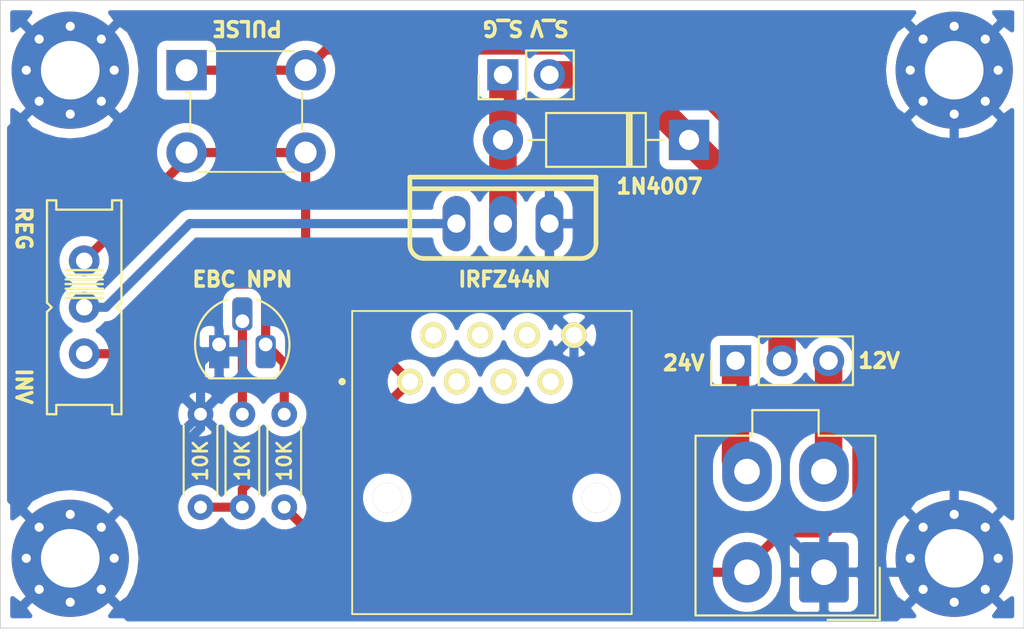
<source format=kicad_pcb>
(kicad_pcb (version 20171130) (host pcbnew "(5.1.4)-1")

  (general
    (thickness 1.6)
    (drawings 14)
    (tracks 65)
    (zones 0)
    (modules 16)
    (nets 17)
  )

  (page A4)
  (layers
    (0 F.Cu signal)
    (31 B.Cu signal)
    (32 B.Adhes user)
    (33 F.Adhes user)
    (34 B.Paste user)
    (35 F.Paste user)
    (36 B.SilkS user)
    (37 F.SilkS user)
    (38 B.Mask user)
    (39 F.Mask user)
    (40 Dwgs.User user)
    (41 Cmts.User user)
    (42 Eco1.User user)
    (43 Eco2.User user)
    (44 Edge.Cuts user)
    (45 Margin user)
    (46 B.CrtYd user hide)
    (47 F.CrtYd user hide)
    (48 B.Fab user)
    (49 F.Fab user hide)
  )

  (setup
    (last_trace_width 0.5)
    (user_trace_width 0.5)
    (user_trace_width 1)
    (user_trace_width 1.5)
    (trace_clearance 0.2)
    (zone_clearance 0.508)
    (zone_45_only no)
    (trace_min 0.2)
    (via_size 0.8)
    (via_drill 0.4)
    (via_min_size 0.4)
    (via_min_drill 0.3)
    (uvia_size 0.3)
    (uvia_drill 0.1)
    (uvias_allowed no)
    (uvia_min_size 0.2)
    (uvia_min_drill 0.1)
    (edge_width 0.05)
    (segment_width 0.2)
    (pcb_text_width 0.3)
    (pcb_text_size 1.5 1.5)
    (mod_edge_width 0.12)
    (mod_text_size 1 1)
    (mod_text_width 0.15)
    (pad_size 1.524 1.524)
    (pad_drill 0.762)
    (pad_to_mask_clearance 0.051)
    (solder_mask_min_width 0.25)
    (aux_axis_origin 0 0)
    (visible_elements 7FFFFF7F)
    (pcbplotparams
      (layerselection 0x010fc_ffffffff)
      (usegerberextensions false)
      (usegerberattributes false)
      (usegerberadvancedattributes false)
      (creategerberjobfile false)
      (excludeedgelayer true)
      (linewidth 0.100000)
      (plotframeref false)
      (viasonmask false)
      (mode 1)
      (useauxorigin false)
      (hpglpennumber 1)
      (hpglpenspeed 20)
      (hpglpendiameter 15.000000)
      (psnegative false)
      (psa4output false)
      (plotreference true)
      (plotvalue true)
      (plotinvisibletext false)
      (padsonsilk false)
      (subtractmaskfromsilk false)
      (outputformat 1)
      (mirror false)
      (drillshape 1)
      (scaleselection 1)
      (outputdirectory ""))
  )

  (net 0 "")
  (net 1 1)
  (net 2 GND)
  (net 3 5V)
  (net 4 12V)
  (net 5 24V)
  (net 6 "Net-(J2-Pad2)")
  (net 7 "Net-(J2-Pad3)")
  (net 8 "Net-(J2-Pad4)")
  (net 9 "Net-(J2-Pad5)")
  (net 10 "Net-(J2-Pad6)")
  (net 11 "Net-(J2-Pad7)")
  (net 12 SOL_PWR)
  (net 13 SOL_GND)
  (net 14 "Net-(Q1-Pad2)")
  (net 15 "Net-(Q1-Pad3)")
  (net 16 "Net-(S2-PadP)")

  (net_class Default "This is the default net class."
    (clearance 0.2)
    (trace_width 0.25)
    (via_dia 0.8)
    (via_drill 0.4)
    (uvia_dia 0.3)
    (uvia_drill 0.1)
    (add_net 1)
    (add_net 12V)
    (add_net 24V)
    (add_net 5V)
    (add_net GND)
    (add_net "Net-(J2-Pad2)")
    (add_net "Net-(J2-Pad3)")
    (add_net "Net-(J2-Pad4)")
    (add_net "Net-(J2-Pad5)")
    (add_net "Net-(J2-Pad6)")
    (add_net "Net-(J2-Pad7)")
    (add_net "Net-(Q1-Pad2)")
    (add_net "Net-(Q1-Pad3)")
    (add_net "Net-(S2-PadP)")
    (add_net SOL_GND)
    (add_net SOL_PWR)
  )

  (module 949:949 (layer F.Cu) (tedit 5E9524B6) (tstamp 5E958056)
    (at 112.522 91.948)
    (descr 949)
    (tags Connector)
    (path /5E952BC7)
    (fp_text reference J2 (at 4.155 4.42) (layer F.SilkS) hide
      (effects (font (size 1.27 1.27) (thickness 0.254)))
    )
    (fp_text value 949 (at 4.155 4.42) (layer F.SilkS) hide
      (effects (font (size 1.27 1.27) (thickness 0.254)))
    )
    (fp_line (start -3.15 -3.86) (end 12.11 -3.86) (layer Dwgs.User) (width 0.2))
    (fp_line (start 12.11 -3.86) (end 12.11 12.7) (layer Dwgs.User) (width 0.2))
    (fp_line (start 12.11 12.7) (end -3.15 12.7) (layer Dwgs.User) (width 0.2))
    (fp_line (start -3.15 12.7) (end -3.15 -3.86) (layer Dwgs.User) (width 0.2))
    (fp_line (start -3.15 -3.86) (end 12.11 -3.86) (layer F.SilkS) (width 0.1))
    (fp_line (start 12.11 -3.86) (end 12.11 12.7) (layer F.SilkS) (width 0.1))
    (fp_line (start 12.11 12.7) (end -3.15 12.7) (layer F.SilkS) (width 0.1))
    (fp_line (start -3.15 12.7) (end -3.15 -3.86) (layer F.SilkS) (width 0.1))
    (fp_line (start -4.8 -4.86) (end 13.11 -4.86) (layer Dwgs.User) (width 0.1))
    (fp_line (start 13.11 -4.86) (end 13.11 13.7) (layer Dwgs.User) (width 0.1))
    (fp_line (start 13.11 13.7) (end -4.8 13.7) (layer Dwgs.User) (width 0.1))
    (fp_line (start -4.8 13.7) (end -4.8 -4.86) (layer Dwgs.User) (width 0.1))
    (fp_line (start -3.7 -0.1) (end -3.7 -0.1) (layer F.SilkS) (width 0.2))
    (fp_line (start -3.7 0.1) (end -3.7 0.1) (layer F.SilkS) (width 0.2))
    (fp_arc (start -3.7 0) (end -3.7 -0.1) (angle 180) (layer F.SilkS) (width 0.2))
    (fp_arc (start -3.7 0) (end -3.7 0.1) (angle 180) (layer F.SilkS) (width 0.2))
    (pad 1 thru_hole circle (at 0 0 90) (size 1.4 1.4) (drill 0.9) (layers *.Cu *.Mask F.SilkS)
      (net 1 1))
    (pad 2 thru_hole circle (at 1.28 -2.54 90) (size 1.4 1.4) (drill 0.9) (layers *.Cu *.Mask F.SilkS)
      (net 6 "Net-(J2-Pad2)"))
    (pad 3 thru_hole circle (at 2.56 0 90) (size 1.4 1.4) (drill 0.9) (layers *.Cu *.Mask F.SilkS)
      (net 7 "Net-(J2-Pad3)"))
    (pad 4 thru_hole circle (at 3.84 -2.54 90) (size 1.4 1.4) (drill 0.9) (layers *.Cu *.Mask F.SilkS)
      (net 8 "Net-(J2-Pad4)"))
    (pad 5 thru_hole circle (at 5.12 0 90) (size 1.4 1.4) (drill 0.9) (layers *.Cu *.Mask F.SilkS)
      (net 9 "Net-(J2-Pad5)"))
    (pad 6 thru_hole circle (at 6.4 -2.54 90) (size 1.4 1.4) (drill 0.9) (layers *.Cu *.Mask F.SilkS)
      (net 10 "Net-(J2-Pad6)"))
    (pad 7 thru_hole circle (at 7.68 0 90) (size 1.4 1.4) (drill 0.9) (layers *.Cu *.Mask F.SilkS)
      (net 11 "Net-(J2-Pad7)"))
    (pad 8 thru_hole circle (at 8.96 -2.54 90) (size 1.4 1.4) (drill 0.9) (layers *.Cu *.Mask F.SilkS)
      (net 2 GND))
    (pad 9 thru_hole circle (at -1.235 6.35 90) (size 1.625 1.625) (drill 3.25) (layers *.Cu *.Mask F.SilkS))
    (pad 10 thru_hole circle (at 10.195 6.35 90) (size 1.625 1.625) (drill 3.25) (layers *.Cu *.Mask F.SilkS))
    (model ${KIPRJMOD}/../libs/Keystone949/949.stp
      (at (xyz 0 0 0))
      (scale (xyz 1 1 1))
      (rotate (xyz 0 0 0))
    )
  )

  (module Connector_Molex:Molex_Mini-Fit_Jr_5566-04A_2x02_P4.20mm_Vertical (layer F.Cu) (tedit 5B781992) (tstamp 5E95808C)
    (at 135.128 102.362 180)
    (descr "Molex Mini-Fit Jr. Power Connectors, old mpn/engineering number: 5566-04A, example for new mpn: 39-28-x04x, 2 Pins per row, Mounting:  (http://www.molex.com/pdm_docs/sd/039281043_sd.pdf), generated with kicad-footprint-generator")
    (tags "connector Molex Mini-Fit_Jr side entry")
    (path /5E95382E)
    (fp_text reference J3 (at 2.032 -3.556) (layer F.SilkS) hide
      (effects (font (size 1 1) (thickness 0.15)))
    )
    (fp_text value MiniFitPower (at 2.1 9.95) (layer F.Fab)
      (effects (font (size 1 1) (thickness 0.15)))
    )
    (fp_line (start -2.7 -2.25) (end -2.7 7.35) (layer F.Fab) (width 0.1))
    (fp_line (start -2.7 7.35) (end 6.9 7.35) (layer F.Fab) (width 0.1))
    (fp_line (start 6.9 7.35) (end 6.9 -2.25) (layer F.Fab) (width 0.1))
    (fp_line (start 6.9 -2.25) (end -2.7 -2.25) (layer F.Fab) (width 0.1))
    (fp_line (start 0.4 7.35) (end 0.4 8.75) (layer F.Fab) (width 0.1))
    (fp_line (start 0.4 8.75) (end 3.8 8.75) (layer F.Fab) (width 0.1))
    (fp_line (start 3.8 8.75) (end 3.8 7.35) (layer F.Fab) (width 0.1))
    (fp_line (start -1.65 -1) (end -1.65 2.3) (layer F.Fab) (width 0.1))
    (fp_line (start -1.65 2.3) (end 1.65 2.3) (layer F.Fab) (width 0.1))
    (fp_line (start 1.65 2.3) (end 1.65 -1) (layer F.Fab) (width 0.1))
    (fp_line (start 1.65 -1) (end -1.65 -1) (layer F.Fab) (width 0.1))
    (fp_line (start -1.65 6.5) (end -1.65 4.025) (layer F.Fab) (width 0.1))
    (fp_line (start -1.65 4.025) (end -0.825 3.2) (layer F.Fab) (width 0.1))
    (fp_line (start -0.825 3.2) (end 0.825 3.2) (layer F.Fab) (width 0.1))
    (fp_line (start 0.825 3.2) (end 1.65 4.025) (layer F.Fab) (width 0.1))
    (fp_line (start 1.65 4.025) (end 1.65 6.5) (layer F.Fab) (width 0.1))
    (fp_line (start 1.65 6.5) (end -1.65 6.5) (layer F.Fab) (width 0.1))
    (fp_line (start 2.55 3.2) (end 2.55 6.5) (layer F.Fab) (width 0.1))
    (fp_line (start 2.55 6.5) (end 5.85 6.5) (layer F.Fab) (width 0.1))
    (fp_line (start 5.85 6.5) (end 5.85 3.2) (layer F.Fab) (width 0.1))
    (fp_line (start 5.85 3.2) (end 2.55 3.2) (layer F.Fab) (width 0.1))
    (fp_line (start 2.55 2.3) (end 2.55 -0.175) (layer F.Fab) (width 0.1))
    (fp_line (start 2.55 -0.175) (end 3.375 -1) (layer F.Fab) (width 0.1))
    (fp_line (start 3.375 -1) (end 5.025 -1) (layer F.Fab) (width 0.1))
    (fp_line (start 5.025 -1) (end 5.85 -0.175) (layer F.Fab) (width 0.1))
    (fp_line (start 5.85 -0.175) (end 5.85 2.3) (layer F.Fab) (width 0.1))
    (fp_line (start 5.85 2.3) (end 2.55 2.3) (layer F.Fab) (width 0.1))
    (fp_line (start 2.1 -2.36) (end -2.81 -2.36) (layer F.SilkS) (width 0.12))
    (fp_line (start -2.81 -2.36) (end -2.81 7.46) (layer F.SilkS) (width 0.12))
    (fp_line (start -2.81 7.46) (end 0.29 7.46) (layer F.SilkS) (width 0.12))
    (fp_line (start 0.29 7.46) (end 0.29 8.86) (layer F.SilkS) (width 0.12))
    (fp_line (start 0.29 8.86) (end 2.1 8.86) (layer F.SilkS) (width 0.12))
    (fp_line (start 2.1 -2.36) (end 7.01 -2.36) (layer F.SilkS) (width 0.12))
    (fp_line (start 7.01 -2.36) (end 7.01 7.46) (layer F.SilkS) (width 0.12))
    (fp_line (start 7.01 7.46) (end 3.91 7.46) (layer F.SilkS) (width 0.12))
    (fp_line (start 3.91 7.46) (end 3.91 8.86) (layer F.SilkS) (width 0.12))
    (fp_line (start 3.91 8.86) (end 2.1 8.86) (layer F.SilkS) (width 0.12))
    (fp_line (start -0.2 -2.6) (end -3.05 -2.6) (layer F.SilkS) (width 0.12))
    (fp_line (start -3.05 -2.6) (end -3.05 0.25) (layer F.SilkS) (width 0.12))
    (fp_line (start -0.2 -2.6) (end -3.05 -2.6) (layer F.Fab) (width 0.1))
    (fp_line (start -3.05 -2.6) (end -3.05 0.25) (layer F.Fab) (width 0.1))
    (fp_line (start -3.2 -2.75) (end -3.2 9.25) (layer F.CrtYd) (width 0.05))
    (fp_line (start -3.2 9.25) (end 7.4 9.25) (layer F.CrtYd) (width 0.05))
    (fp_line (start 7.4 9.25) (end 7.4 -2.75) (layer F.CrtYd) (width 0.05))
    (fp_line (start 7.4 -2.75) (end -3.2 -2.75) (layer F.CrtYd) (width 0.05))
    (fp_text user %R (at 2.1 -1.55) (layer F.Fab)
      (effects (font (size 1 1) (thickness 0.15)))
    )
    (pad 1 thru_hole roundrect (at 0 0 180) (size 2.7 3.3) (drill 1.4) (layers *.Cu *.Mask) (roundrect_rratio 0.09259299999999999)
      (net 2 GND))
    (pad 2 thru_hole oval (at 4.2 0 180) (size 2.7 3.3) (drill 1.4) (layers *.Cu *.Mask)
      (net 3 5V))
    (pad 3 thru_hole oval (at 0 5.5 180) (size 2.7 3.3) (drill 1.4) (layers *.Cu *.Mask)
      (net 4 12V))
    (pad 4 thru_hole oval (at 4.2 5.5 180) (size 2.7 3.3) (drill 1.4) (layers *.Cu *.Mask)
      (net 5 24V))
    (model ${KIPRJMOD}/../libs/039281043.stp
      (offset (xyz 2.1 -2.5 0))
      (scale (xyz 1 1 1))
      (rotate (xyz -90 0 180))
    )
  )

  (module MountingHole:MountingHole_3.2mm_M3_Pad_Via (layer F.Cu) (tedit 56DDBCCA) (tstamp 5E958AD6)
    (at 93.98 101.6)
    (descr "Mounting Hole 3.2mm, M3")
    (tags "mounting hole 3.2mm m3")
    (path /5E9547C8)
    (attr virtual)
    (fp_text reference H1 (at 0 -4.2) (layer F.SilkS) hide
      (effects (font (size 1 1) (thickness 0.15)))
    )
    (fp_text value MountingHole_Pad (at 0 4.2) (layer F.Fab)
      (effects (font (size 1 1) (thickness 0.15)))
    )
    (fp_text user %R (at 0.3 0) (layer F.Fab)
      (effects (font (size 1 1) (thickness 0.15)))
    )
    (fp_circle (center 0 0) (end 3.2 0) (layer Cmts.User) (width 0.15))
    (fp_circle (center 0 0) (end 3.45 0) (layer F.CrtYd) (width 0.05))
    (pad 1 thru_hole circle (at 0 0) (size 6.4 6.4) (drill 3.2) (layers *.Cu *.Mask)
      (net 2 GND))
    (pad 1 thru_hole circle (at 2.4 0) (size 0.8 0.8) (drill 0.5) (layers *.Cu *.Mask)
      (net 2 GND))
    (pad 1 thru_hole circle (at 1.697056 1.697056) (size 0.8 0.8) (drill 0.5) (layers *.Cu *.Mask)
      (net 2 GND))
    (pad 1 thru_hole circle (at 0 2.4) (size 0.8 0.8) (drill 0.5) (layers *.Cu *.Mask)
      (net 2 GND))
    (pad 1 thru_hole circle (at -1.697056 1.697056) (size 0.8 0.8) (drill 0.5) (layers *.Cu *.Mask)
      (net 2 GND))
    (pad 1 thru_hole circle (at -2.4 0) (size 0.8 0.8) (drill 0.5) (layers *.Cu *.Mask)
      (net 2 GND))
    (pad 1 thru_hole circle (at -1.697056 -1.697056) (size 0.8 0.8) (drill 0.5) (layers *.Cu *.Mask)
      (net 2 GND))
    (pad 1 thru_hole circle (at 0 -2.4) (size 0.8 0.8) (drill 0.5) (layers *.Cu *.Mask)
      (net 2 GND))
    (pad 1 thru_hole circle (at 1.697056 -1.697056) (size 0.8 0.8) (drill 0.5) (layers *.Cu *.Mask)
      (net 2 GND))
  )

  (module MountingHole:MountingHole_3.2mm_M3_Pad_Via (layer F.Cu) (tedit 56DDBCCA) (tstamp 5E958A08)
    (at 142.24 101.6)
    (descr "Mounting Hole 3.2mm, M3")
    (tags "mounting hole 3.2mm m3")
    (path /5E954AB6)
    (attr virtual)
    (fp_text reference H2 (at 0 -4.2) (layer F.SilkS) hide
      (effects (font (size 1 1) (thickness 0.15)))
    )
    (fp_text value MountingHole_Pad (at 0 4.2) (layer F.Fab)
      (effects (font (size 1 1) (thickness 0.15)))
    )
    (fp_circle (center 0 0) (end 3.45 0) (layer F.CrtYd) (width 0.05))
    (fp_circle (center 0 0) (end 3.2 0) (layer Cmts.User) (width 0.15))
    (fp_text user %R (at 0.3 0) (layer F.Fab)
      (effects (font (size 1 1) (thickness 0.15)))
    )
    (pad 1 thru_hole circle (at 1.697056 -1.697056) (size 0.8 0.8) (drill 0.5) (layers *.Cu *.Mask)
      (net 2 GND))
    (pad 1 thru_hole circle (at 0 -2.4) (size 0.8 0.8) (drill 0.5) (layers *.Cu *.Mask)
      (net 2 GND))
    (pad 1 thru_hole circle (at -1.697056 -1.697056) (size 0.8 0.8) (drill 0.5) (layers *.Cu *.Mask)
      (net 2 GND))
    (pad 1 thru_hole circle (at -2.4 0) (size 0.8 0.8) (drill 0.5) (layers *.Cu *.Mask)
      (net 2 GND))
    (pad 1 thru_hole circle (at -1.697056 1.697056) (size 0.8 0.8) (drill 0.5) (layers *.Cu *.Mask)
      (net 2 GND))
    (pad 1 thru_hole circle (at 0 2.4) (size 0.8 0.8) (drill 0.5) (layers *.Cu *.Mask)
      (net 2 GND))
    (pad 1 thru_hole circle (at 1.697056 1.697056) (size 0.8 0.8) (drill 0.5) (layers *.Cu *.Mask)
      (net 2 GND))
    (pad 1 thru_hole circle (at 2.4 0) (size 0.8 0.8) (drill 0.5) (layers *.Cu *.Mask)
      (net 2 GND))
    (pad 1 thru_hole circle (at 0 0) (size 6.4 6.4) (drill 3.2) (layers *.Cu *.Mask)
      (net 2 GND))
  )

  (module MountingHole:MountingHole_3.2mm_M3_Pad_Via (layer F.Cu) (tedit 56DDBCCA) (tstamp 5E958A18)
    (at 93.98 74.93)
    (descr "Mounting Hole 3.2mm, M3")
    (tags "mounting hole 3.2mm m3")
    (path /5E954DBF)
    (attr virtual)
    (fp_text reference H3 (at 0 -4.2) (layer F.SilkS) hide
      (effects (font (size 1 1) (thickness 0.15)))
    )
    (fp_text value MountingHole_Pad (at 0 4.2) (layer F.Fab)
      (effects (font (size 1 1) (thickness 0.15)))
    )
    (fp_text user %R (at 0.3 0) (layer F.Fab)
      (effects (font (size 1 1) (thickness 0.15)))
    )
    (fp_circle (center 0 0) (end 3.2 0) (layer Cmts.User) (width 0.15))
    (fp_circle (center 0 0) (end 3.45 0) (layer F.CrtYd) (width 0.05))
    (pad 1 thru_hole circle (at 0 0) (size 6.4 6.4) (drill 3.2) (layers *.Cu *.Mask)
      (net 2 GND))
    (pad 1 thru_hole circle (at 2.4 0) (size 0.8 0.8) (drill 0.5) (layers *.Cu *.Mask)
      (net 2 GND))
    (pad 1 thru_hole circle (at 1.697056 1.697056) (size 0.8 0.8) (drill 0.5) (layers *.Cu *.Mask)
      (net 2 GND))
    (pad 1 thru_hole circle (at 0 2.4) (size 0.8 0.8) (drill 0.5) (layers *.Cu *.Mask)
      (net 2 GND))
    (pad 1 thru_hole circle (at -1.697056 1.697056) (size 0.8 0.8) (drill 0.5) (layers *.Cu *.Mask)
      (net 2 GND))
    (pad 1 thru_hole circle (at -2.4 0) (size 0.8 0.8) (drill 0.5) (layers *.Cu *.Mask)
      (net 2 GND))
    (pad 1 thru_hole circle (at -1.697056 -1.697056) (size 0.8 0.8) (drill 0.5) (layers *.Cu *.Mask)
      (net 2 GND))
    (pad 1 thru_hole circle (at 0 -2.4) (size 0.8 0.8) (drill 0.5) (layers *.Cu *.Mask)
      (net 2 GND))
    (pad 1 thru_hole circle (at 1.697056 -1.697056) (size 0.8 0.8) (drill 0.5) (layers *.Cu *.Mask)
      (net 2 GND))
  )

  (module MountingHole:MountingHole_3.2mm_M3_Pad_Via (layer F.Cu) (tedit 56DDBCCA) (tstamp 5E958A28)
    (at 142.24 74.93)
    (descr "Mounting Hole 3.2mm, M3")
    (tags "mounting hole 3.2mm m3")
    (path /5E9550BB)
    (attr virtual)
    (fp_text reference H4 (at 0 -4.2) (layer F.SilkS) hide
      (effects (font (size 1 1) (thickness 0.15)))
    )
    (fp_text value MountingHole_Pad (at 0 4.2) (layer F.Fab)
      (effects (font (size 1 1) (thickness 0.15)))
    )
    (fp_circle (center 0 0) (end 3.45 0) (layer F.CrtYd) (width 0.05))
    (fp_circle (center 0 0) (end 3.2 0) (layer Cmts.User) (width 0.15))
    (fp_text user %R (at 0.3 0) (layer F.Fab)
      (effects (font (size 1 1) (thickness 0.15)))
    )
    (pad 1 thru_hole circle (at 1.697056 -1.697056) (size 0.8 0.8) (drill 0.5) (layers *.Cu *.Mask)
      (net 2 GND))
    (pad 1 thru_hole circle (at 0 -2.4) (size 0.8 0.8) (drill 0.5) (layers *.Cu *.Mask)
      (net 2 GND))
    (pad 1 thru_hole circle (at -1.697056 -1.697056) (size 0.8 0.8) (drill 0.5) (layers *.Cu *.Mask)
      (net 2 GND))
    (pad 1 thru_hole circle (at -2.4 0) (size 0.8 0.8) (drill 0.5) (layers *.Cu *.Mask)
      (net 2 GND))
    (pad 1 thru_hole circle (at -1.697056 1.697056) (size 0.8 0.8) (drill 0.5) (layers *.Cu *.Mask)
      (net 2 GND))
    (pad 1 thru_hole circle (at 0 2.4) (size 0.8 0.8) (drill 0.5) (layers *.Cu *.Mask)
      (net 2 GND))
    (pad 1 thru_hole circle (at 1.697056 1.697056) (size 0.8 0.8) (drill 0.5) (layers *.Cu *.Mask)
      (net 2 GND))
    (pad 1 thru_hole circle (at 2.4 0) (size 0.8 0.8) (drill 0.5) (layers *.Cu *.Mask)
      (net 2 GND))
    (pad 1 thru_hole circle (at 0 0) (size 6.4 6.4) (drill 3.2) (layers *.Cu *.Mask)
      (net 2 GND))
  )

  (module Diode_THT:D_DO-41_SOD81_P10.16mm_Horizontal (layer F.Cu) (tedit 5AE50CD5) (tstamp 5EA2DBEA)
    (at 127.762 78.74 180)
    (descr "Diode, DO-41_SOD81 series, Axial, Horizontal, pin pitch=10.16mm, , length*diameter=5.2*2.7mm^2, , http://www.diodes.com/_files/packages/DO-41%20(Plastic).pdf")
    (tags "Diode DO-41_SOD81 series Axial Horizontal pin pitch 10.16mm  length 5.2mm diameter 2.7mm")
    (path /5EA21B37)
    (fp_text reference D1 (at 5.08 -2.47) (layer F.SilkS) hide
      (effects (font (size 1 1) (thickness 0.15)))
    )
    (fp_text value 1N4007 (at 5.08 2.47) (layer F.Fab)
      (effects (font (size 1 1) (thickness 0.15)))
    )
    (fp_line (start 2.48 -1.35) (end 2.48 1.35) (layer F.Fab) (width 0.1))
    (fp_line (start 2.48 1.35) (end 7.68 1.35) (layer F.Fab) (width 0.1))
    (fp_line (start 7.68 1.35) (end 7.68 -1.35) (layer F.Fab) (width 0.1))
    (fp_line (start 7.68 -1.35) (end 2.48 -1.35) (layer F.Fab) (width 0.1))
    (fp_line (start 0 0) (end 2.48 0) (layer F.Fab) (width 0.1))
    (fp_line (start 10.16 0) (end 7.68 0) (layer F.Fab) (width 0.1))
    (fp_line (start 3.26 -1.35) (end 3.26 1.35) (layer F.Fab) (width 0.1))
    (fp_line (start 3.36 -1.35) (end 3.36 1.35) (layer F.Fab) (width 0.1))
    (fp_line (start 3.16 -1.35) (end 3.16 1.35) (layer F.Fab) (width 0.1))
    (fp_line (start 2.36 -1.47) (end 2.36 1.47) (layer F.SilkS) (width 0.12))
    (fp_line (start 2.36 1.47) (end 7.8 1.47) (layer F.SilkS) (width 0.12))
    (fp_line (start 7.8 1.47) (end 7.8 -1.47) (layer F.SilkS) (width 0.12))
    (fp_line (start 7.8 -1.47) (end 2.36 -1.47) (layer F.SilkS) (width 0.12))
    (fp_line (start 1.34 0) (end 2.36 0) (layer F.SilkS) (width 0.12))
    (fp_line (start 8.82 0) (end 7.8 0) (layer F.SilkS) (width 0.12))
    (fp_line (start 3.26 -1.47) (end 3.26 1.47) (layer F.SilkS) (width 0.12))
    (fp_line (start 3.38 -1.47) (end 3.38 1.47) (layer F.SilkS) (width 0.12))
    (fp_line (start 3.14 -1.47) (end 3.14 1.47) (layer F.SilkS) (width 0.12))
    (fp_line (start -1.35 -1.6) (end -1.35 1.6) (layer F.CrtYd) (width 0.05))
    (fp_line (start -1.35 1.6) (end 11.51 1.6) (layer F.CrtYd) (width 0.05))
    (fp_line (start 11.51 1.6) (end 11.51 -1.6) (layer F.CrtYd) (width 0.05))
    (fp_line (start 11.51 -1.6) (end -1.35 -1.6) (layer F.CrtYd) (width 0.05))
    (fp_text user %R (at 5.47 0) (layer F.Fab)
      (effects (font (size 1 1) (thickness 0.15)))
    )
    (fp_text user K (at 0 -2.1) (layer F.Fab)
      (effects (font (size 1 1) (thickness 0.15)))
    )
    (fp_text user K (at 1.016 2.667) (layer F.SilkS) hide
      (effects (font (size 1 1) (thickness 0.15)))
    )
    (pad 1 thru_hole rect (at 0 0 180) (size 2.2 2.2) (drill 1.1) (layers *.Cu *.Mask)
      (net 12 SOL_PWR))
    (pad 2 thru_hole oval (at 10.16 0 180) (size 2.2 2.2) (drill 1.1) (layers *.Cu *.Mask)
      (net 13 SOL_GND))
    (model ${KISYS3DMOD}/Diode_THT.3dshapes/D_DO-41_SOD81_P10.16mm_Horizontal.wrl
      (at (xyz 0 0 0))
      (scale (xyz 1 1 1))
      (rotate (xyz 0 0 0))
    )
  )

  (module Resistor_THT:R_Axial_DIN0204_L3.6mm_D1.6mm_P5.08mm_Horizontal (layer F.Cu) (tedit 5AE5139B) (tstamp 5EC61E26)
    (at 101.092 93.726 270)
    (descr "Resistor, Axial_DIN0204 series, Axial, Horizontal, pin pitch=5.08mm, 0.167W, length*diameter=3.6*1.6mm^2, http://cdn-reichelt.de/documents/datenblatt/B400/1_4W%23YAG.pdf")
    (tags "Resistor Axial_DIN0204 series Axial Horizontal pin pitch 5.08mm 0.167W length 3.6mm diameter 1.6mm")
    (path /5EA20099)
    (fp_text reference R1 (at 2.54 -1.92 90) (layer F.SilkS) hide
      (effects (font (size 1 1) (thickness 0.15)))
    )
    (fp_text value 10K (at 2.54 0 90) (layer F.SilkS)
      (effects (font (size 0.762 0.762) (thickness 0.15)))
    )
    (fp_line (start 0.74 -0.8) (end 0.74 0.8) (layer F.Fab) (width 0.1))
    (fp_line (start 0.74 0.8) (end 4.34 0.8) (layer F.Fab) (width 0.1))
    (fp_line (start 4.34 0.8) (end 4.34 -0.8) (layer F.Fab) (width 0.1))
    (fp_line (start 4.34 -0.8) (end 0.74 -0.8) (layer F.Fab) (width 0.1))
    (fp_line (start 0 0) (end 0.74 0) (layer F.Fab) (width 0.1))
    (fp_line (start 5.08 0) (end 4.34 0) (layer F.Fab) (width 0.1))
    (fp_line (start 0.62 -0.92) (end 4.46 -0.92) (layer F.SilkS) (width 0.12))
    (fp_line (start 0.62 0.92) (end 4.46 0.92) (layer F.SilkS) (width 0.12))
    (fp_line (start -0.95 -1.05) (end -0.95 1.05) (layer F.CrtYd) (width 0.05))
    (fp_line (start -0.95 1.05) (end 6.03 1.05) (layer F.CrtYd) (width 0.05))
    (fp_line (start 6.03 1.05) (end 6.03 -1.05) (layer F.CrtYd) (width 0.05))
    (fp_line (start 6.03 -1.05) (end -0.95 -1.05) (layer F.CrtYd) (width 0.05))
    (fp_text user %R (at 2.54 0 90) (layer F.Fab)
      (effects (font (size 0.72 0.72) (thickness 0.108)))
    )
    (pad 1 thru_hole circle (at 0 0 270) (size 1.4 1.4) (drill 0.7) (layers *.Cu *.Mask)
      (net 2 GND))
    (pad 2 thru_hole oval (at 5.08 0 270) (size 1.4 1.4) (drill 0.7) (layers *.Cu *.Mask)
      (net 1 1))
    (model ${KISYS3DMOD}/Resistor_THT.3dshapes/R_Axial_DIN0204_L3.6mm_D1.6mm_P5.08mm_Horizontal.wrl
      (at (xyz 0 0 0))
      (scale (xyz 1 1 1))
      (rotate (xyz 0 0 0))
    )
  )

  (module IRFZ44:TO-220 (layer F.Cu) (tedit 5EA1FFAD) (tstamp 5EC620E6)
    (at 117.602 83.312)
    (path /5EA2038D)
    (fp_text reference U1 (at 6.223 2.921) (layer F.SilkS) hide
      (effects (font (size 1.402126 1.402126) (thickness 0.015)))
    )
    (fp_text value IRFZ44N (at 0.12737 2.929425) (layer F.Fab)
      (effects (font (size 1.404039 1.404039) (thickness 0.015)))
    )
    (fp_arc (start 4.2545 1.0795) (end 4.318 1.905) (angle -90) (layer F.SilkS) (width 0.254))
    (fp_line (start 4.318 1.905) (end -4.318 1.905) (layer F.SilkS) (width 0.254))
    (fp_arc (start -4.318 1.143) (end -5.08 1.143) (angle -90) (layer F.SilkS) (width 0.254))
    (fp_line (start -5.08 1.143) (end -5.08 -1.905) (layer F.SilkS) (width 0.254))
    (fp_line (start -5.08 -1.905) (end -5.08 -2.54) (layer F.SilkS) (width 0.254))
    (fp_line (start 5.08 -2.54) (end 5.08 -1.905) (layer F.SilkS) (width 0.254))
    (fp_line (start 5.08 -1.905) (end 5.08 1.016) (layer F.SilkS) (width 0.254))
    (fp_line (start 5.08 -1.905) (end -5.08 -1.905) (layer F.SilkS) (width 0.254))
    (fp_line (start -4.318 1.905) (end 4.318 1.905) (layer F.Fab) (width 0.2032))
    (fp_line (start -5.08 -1.905) (end -5.08 -2.54) (layer F.Fab) (width 0.2032))
    (fp_line (start -5.08 -2.54) (end 5.08 -2.54) (layer F.Fab) (width 0.2032))
    (fp_line (start 5.08 -2.54) (end 5.08 -1.905) (layer F.Fab) (width 0.2032))
    (fp_line (start -5.08 -2.54) (end 5.08 -2.54) (layer F.SilkS) (width 0.254))
    (pad 1 thru_hole oval (at -2.54 0) (size 1.508 3.016) (drill 1) (layers *.Cu *.Mask)
      (net 16 "Net-(S2-PadP)"))
    (pad 2 thru_hole oval (at 0 0) (size 1.508 3.016) (drill 1) (layers *.Cu *.Mask)
      (net 13 SOL_GND))
    (pad 3 thru_hole oval (at 2.54 0) (size 1.508 3.016) (drill 1) (layers *.Cu *.Mask)
      (net 2 GND))
  )

  (module Connector_PinHeader_2.54mm:PinHeader_1x02_P2.54mm_Vertical (layer F.Cu) (tedit 59FED5CC) (tstamp 5EC60FF6)
    (at 117.602 75.184 90)
    (descr "Through hole straight pin header, 1x02, 2.54mm pitch, single row")
    (tags "Through hole pin header THT 1x02 2.54mm single row")
    (path /5EC6DF83)
    (fp_text reference J1 (at 0 -2.33 90) (layer F.SilkS) hide
      (effects (font (size 1 1) (thickness 0.15)))
    )
    (fp_text value Conn_01x02 (at 0 4.87 90) (layer F.Fab)
      (effects (font (size 1 1) (thickness 0.15)))
    )
    (fp_line (start -0.635 -1.27) (end 1.27 -1.27) (layer F.Fab) (width 0.1))
    (fp_line (start 1.27 -1.27) (end 1.27 3.81) (layer F.Fab) (width 0.1))
    (fp_line (start 1.27 3.81) (end -1.27 3.81) (layer F.Fab) (width 0.1))
    (fp_line (start -1.27 3.81) (end -1.27 -0.635) (layer F.Fab) (width 0.1))
    (fp_line (start -1.27 -0.635) (end -0.635 -1.27) (layer F.Fab) (width 0.1))
    (fp_line (start -1.33 3.87) (end 1.33 3.87) (layer F.SilkS) (width 0.12))
    (fp_line (start -1.33 1.27) (end -1.33 3.87) (layer F.SilkS) (width 0.12))
    (fp_line (start 1.33 1.27) (end 1.33 3.87) (layer F.SilkS) (width 0.12))
    (fp_line (start -1.33 1.27) (end 1.33 1.27) (layer F.SilkS) (width 0.12))
    (fp_line (start -1.33 0) (end -1.33 -1.33) (layer F.SilkS) (width 0.12))
    (fp_line (start -1.33 -1.33) (end 0 -1.33) (layer F.SilkS) (width 0.12))
    (fp_line (start -1.8 -1.8) (end -1.8 4.35) (layer F.CrtYd) (width 0.05))
    (fp_line (start -1.8 4.35) (end 1.8 4.35) (layer F.CrtYd) (width 0.05))
    (fp_line (start 1.8 4.35) (end 1.8 -1.8) (layer F.CrtYd) (width 0.05))
    (fp_line (start 1.8 -1.8) (end -1.8 -1.8) (layer F.CrtYd) (width 0.05))
    (fp_text user %R (at 0 1.27) (layer F.Fab)
      (effects (font (size 1 1) (thickness 0.15)))
    )
    (pad 1 thru_hole rect (at 0 0 90) (size 1.7 1.7) (drill 1) (layers *.Cu *.Mask)
      (net 13 SOL_GND))
    (pad 2 thru_hole oval (at 0 2.54 90) (size 1.7 1.7) (drill 1) (layers *.Cu *.Mask)
      (net 12 SOL_PWR))
    (model ${KISYS3DMOD}/Connector_PinHeader_2.54mm.3dshapes/PinHeader_1x02_P2.54mm_Vertical.wrl
      (at (xyz 0 0 0))
      (scale (xyz 1 1 1))
      (rotate (xyz 0 0 0))
    )
  )

  (module Connector_PinHeader_2.54mm:PinHeader_1x03_P2.54mm_Vertical (layer F.Cu) (tedit 59FED5CC) (tstamp 5EC614AF)
    (at 130.302 90.805 90)
    (descr "Through hole straight pin header, 1x03, 2.54mm pitch, single row")
    (tags "Through hole pin header THT 1x03 2.54mm single row")
    (path /5EC60546)
    (fp_text reference JP1 (at 0 -2.33 90) (layer F.SilkS) hide
      (effects (font (size 1 1) (thickness 0.15)))
    )
    (fp_text value Jumper_3_Open (at 0 7.41 90) (layer F.Fab)
      (effects (font (size 1 1) (thickness 0.15)))
    )
    (fp_line (start -0.635 -1.27) (end 1.27 -1.27) (layer F.Fab) (width 0.1))
    (fp_line (start 1.27 -1.27) (end 1.27 6.35) (layer F.Fab) (width 0.1))
    (fp_line (start 1.27 6.35) (end -1.27 6.35) (layer F.Fab) (width 0.1))
    (fp_line (start -1.27 6.35) (end -1.27 -0.635) (layer F.Fab) (width 0.1))
    (fp_line (start -1.27 -0.635) (end -0.635 -1.27) (layer F.Fab) (width 0.1))
    (fp_line (start -1.33 6.41) (end 1.33 6.41) (layer F.SilkS) (width 0.12))
    (fp_line (start -1.33 1.27) (end -1.33 6.41) (layer F.SilkS) (width 0.12))
    (fp_line (start 1.33 1.27) (end 1.33 6.41) (layer F.SilkS) (width 0.12))
    (fp_line (start -1.33 1.27) (end 1.33 1.27) (layer F.SilkS) (width 0.12))
    (fp_line (start -1.33 0) (end -1.33 -1.33) (layer F.SilkS) (width 0.12))
    (fp_line (start -1.33 -1.33) (end 0 -1.33) (layer F.SilkS) (width 0.12))
    (fp_line (start -1.8 -1.8) (end -1.8 6.85) (layer F.CrtYd) (width 0.05))
    (fp_line (start -1.8 6.85) (end 1.8 6.85) (layer F.CrtYd) (width 0.05))
    (fp_line (start 1.8 6.85) (end 1.8 -1.8) (layer F.CrtYd) (width 0.05))
    (fp_line (start 1.8 -1.8) (end -1.8 -1.8) (layer F.CrtYd) (width 0.05))
    (fp_text user %R (at 0 2.54) (layer F.Fab)
      (effects (font (size 1 1) (thickness 0.15)))
    )
    (pad 1 thru_hole rect (at 0 0 90) (size 1.7 1.7) (drill 1) (layers *.Cu *.Mask)
      (net 5 24V))
    (pad 2 thru_hole oval (at 0 2.54 90) (size 1.7 1.7) (drill 1) (layers *.Cu *.Mask)
      (net 12 SOL_PWR))
    (pad 3 thru_hole oval (at 0 5.08 90) (size 1.7 1.7) (drill 1) (layers *.Cu *.Mask)
      (net 4 12V))
    (model ${KISYS3DMOD}/Connector_PinHeader_2.54mm.3dshapes/PinHeader_1x03_P2.54mm_Vertical.wrl
      (at (xyz 0 0 0))
      (scale (xyz 1 1 1))
      (rotate (xyz 0 0 0))
    )
  )

  (module Package_TO_SOT_THT:TO-92_HandSolder (layer F.Cu) (tedit 5A282C46) (tstamp 5EC6101F)
    (at 102.108 89.916)
    (descr "TO-92 leads molded, narrow, drill 0.75mm, handsoldering variant with enlarged pads (see NXP sot054_po.pdf)")
    (tags "to-92 sc-43 sc-43a sot54 PA33 transistor")
    (path /5EC58C83)
    (fp_text reference Q1 (at 1.27 -4.4) (layer F.SilkS) hide
      (effects (font (size 1 1) (thickness 0.15)))
    )
    (fp_text value Q_NPN_EBC (at 1.27 2.79) (layer F.Fab)
      (effects (font (size 1 1) (thickness 0.15)))
    )
    (fp_text user %R (at 1.27 -4.4) (layer F.Fab)
      (effects (font (size 1 1) (thickness 0.15)))
    )
    (fp_line (start -0.53 1.85) (end 3.07 1.85) (layer F.SilkS) (width 0.12))
    (fp_line (start -0.5 1.75) (end 3 1.75) (layer F.Fab) (width 0.1))
    (fp_line (start -1.46 -3.05) (end 4 -3.05) (layer F.CrtYd) (width 0.05))
    (fp_line (start -1.45 -3.05) (end -1.46 2.01) (layer F.CrtYd) (width 0.05))
    (fp_line (start 4 2.01) (end 4 -3.05) (layer F.CrtYd) (width 0.05))
    (fp_line (start 4 2.01) (end -1.46 2.01) (layer F.CrtYd) (width 0.05))
    (fp_arc (start 1.27 0) (end 1.27 -2.48) (angle 135) (layer F.Fab) (width 0.1))
    (fp_arc (start 1.27 0) (end 0.45 -2.45) (angle -116.9632683) (layer F.SilkS) (width 0.12))
    (fp_arc (start 1.27 0) (end 1.27 -2.48) (angle -135) (layer F.Fab) (width 0.1))
    (fp_arc (start 1.27 0) (end 2.05 -2.45) (angle 117.6433766) (layer F.SilkS) (width 0.12))
    (pad 2 thru_hole roundrect (at 1.27 -1.27) (size 1.1 1.8) (drill 0.75 (offset 0 -0.4)) (layers *.Cu *.Mask) (roundrect_rratio 0.25)
      (net 14 "Net-(Q1-Pad2)"))
    (pad 3 thru_hole roundrect (at 2.54 0) (size 1.1 1.8) (drill 0.75 (offset 0 0.4)) (layers *.Cu *.Mask) (roundrect_rratio 0.25)
      (net 15 "Net-(Q1-Pad3)"))
    (pad 1 thru_hole rect (at 0 0) (size 1.1 1.8) (drill 0.75 (offset 0 0.4)) (layers *.Cu *.Mask)
      (net 2 GND))
    (model ${KISYS3DMOD}/Package_TO_SOT_THT.3dshapes/TO-92.wrl
      (at (xyz 0 0 0))
      (scale (xyz 1 1 1))
      (rotate (xyz 0 0 0))
    )
  )

  (module Resistor_THT:R_Axial_DIN0204_L3.6mm_D1.6mm_P5.08mm_Horizontal (layer F.Cu) (tedit 5AE5139B) (tstamp 5EC61032)
    (at 103.378 98.806 90)
    (descr "Resistor, Axial_DIN0204 series, Axial, Horizontal, pin pitch=5.08mm, 0.167W, length*diameter=3.6*1.6mm^2, http://cdn-reichelt.de/documents/datenblatt/B400/1_4W%23YAG.pdf")
    (tags "Resistor Axial_DIN0204 series Axial Horizontal pin pitch 5.08mm 0.167W length 3.6mm diameter 1.6mm")
    (path /5EC59943)
    (fp_text reference R3 (at 2.54 -1.92 90) (layer F.SilkS) hide
      (effects (font (size 1 1) (thickness 0.15)))
    )
    (fp_text value 10K (at 2.54 0 90) (layer F.SilkS)
      (effects (font (size 0.762 0.762) (thickness 0.15)))
    )
    (fp_text user %R (at 2.54 0 90) (layer F.Fab)
      (effects (font (size 0.72 0.72) (thickness 0.108)))
    )
    (fp_line (start 6.03 -1.05) (end -0.95 -1.05) (layer F.CrtYd) (width 0.05))
    (fp_line (start 6.03 1.05) (end 6.03 -1.05) (layer F.CrtYd) (width 0.05))
    (fp_line (start -0.95 1.05) (end 6.03 1.05) (layer F.CrtYd) (width 0.05))
    (fp_line (start -0.95 -1.05) (end -0.95 1.05) (layer F.CrtYd) (width 0.05))
    (fp_line (start 0.62 0.92) (end 4.46 0.92) (layer F.SilkS) (width 0.12))
    (fp_line (start 0.62 -0.92) (end 4.46 -0.92) (layer F.SilkS) (width 0.12))
    (fp_line (start 5.08 0) (end 4.34 0) (layer F.Fab) (width 0.1))
    (fp_line (start 0 0) (end 0.74 0) (layer F.Fab) (width 0.1))
    (fp_line (start 4.34 -0.8) (end 0.74 -0.8) (layer F.Fab) (width 0.1))
    (fp_line (start 4.34 0.8) (end 4.34 -0.8) (layer F.Fab) (width 0.1))
    (fp_line (start 0.74 0.8) (end 4.34 0.8) (layer F.Fab) (width 0.1))
    (fp_line (start 0.74 -0.8) (end 0.74 0.8) (layer F.Fab) (width 0.1))
    (pad 2 thru_hole oval (at 5.08 0 90) (size 1.4 1.4) (drill 0.7) (layers *.Cu *.Mask)
      (net 14 "Net-(Q1-Pad2)"))
    (pad 1 thru_hole circle (at 0 0 90) (size 1.4 1.4) (drill 0.7) (layers *.Cu *.Mask)
      (net 1 1))
    (model ${KISYS3DMOD}/Resistor_THT.3dshapes/R_Axial_DIN0204_L3.6mm_D1.6mm_P5.08mm_Horizontal.wrl
      (at (xyz 0 0 0))
      (scale (xyz 1 1 1))
      (rotate (xyz 0 0 0))
    )
  )

  (module Resistor_THT:R_Axial_DIN0204_L3.6mm_D1.6mm_P5.08mm_Horizontal (layer F.Cu) (tedit 5AE5139B) (tstamp 5EC618E2)
    (at 105.664 98.806 90)
    (descr "Resistor, Axial_DIN0204 series, Axial, Horizontal, pin pitch=5.08mm, 0.167W, length*diameter=3.6*1.6mm^2, http://cdn-reichelt.de/documents/datenblatt/B400/1_4W%23YAG.pdf")
    (tags "Resistor Axial_DIN0204 series Axial Horizontal pin pitch 5.08mm 0.167W length 3.6mm diameter 1.6mm")
    (path /5EC5930A)
    (fp_text reference R2 (at 2.54 -1.92 90) (layer F.SilkS) hide
      (effects (font (size 1 1) (thickness 0.15)))
    )
    (fp_text value 10K (at 2.54 0 90) (layer F.SilkS)
      (effects (font (size 0.762 0.762) (thickness 0.15)))
    )
    (fp_line (start 0.74 -0.8) (end 0.74 0.8) (layer F.Fab) (width 0.1))
    (fp_line (start 0.74 0.8) (end 4.34 0.8) (layer F.Fab) (width 0.1))
    (fp_line (start 4.34 0.8) (end 4.34 -0.8) (layer F.Fab) (width 0.1))
    (fp_line (start 4.34 -0.8) (end 0.74 -0.8) (layer F.Fab) (width 0.1))
    (fp_line (start 0 0) (end 0.74 0) (layer F.Fab) (width 0.1))
    (fp_line (start 5.08 0) (end 4.34 0) (layer F.Fab) (width 0.1))
    (fp_line (start 0.62 -0.92) (end 4.46 -0.92) (layer F.SilkS) (width 0.12))
    (fp_line (start 0.62 0.92) (end 4.46 0.92) (layer F.SilkS) (width 0.12))
    (fp_line (start -0.95 -1.05) (end -0.95 1.05) (layer F.CrtYd) (width 0.05))
    (fp_line (start -0.95 1.05) (end 6.03 1.05) (layer F.CrtYd) (width 0.05))
    (fp_line (start 6.03 1.05) (end 6.03 -1.05) (layer F.CrtYd) (width 0.05))
    (fp_line (start 6.03 -1.05) (end -0.95 -1.05) (layer F.CrtYd) (width 0.05))
    (fp_text user %R (at 2.54 0 90) (layer F.Fab)
      (effects (font (size 0.72 0.72) (thickness 0.108)))
    )
    (pad 1 thru_hole circle (at 0 0 90) (size 1.4 1.4) (drill 0.7) (layers *.Cu *.Mask)
      (net 3 5V))
    (pad 2 thru_hole oval (at 5.08 0 90) (size 1.4 1.4) (drill 0.7) (layers *.Cu *.Mask)
      (net 15 "Net-(Q1-Pad3)"))
    (model ${KISYS3DMOD}/Resistor_THT.3dshapes/R_Axial_DIN0204_L3.6mm_D1.6mm_P5.08mm_Horizontal.wrl
      (at (xyz 0 0 0))
      (scale (xyz 1 1 1))
      (rotate (xyz 0 0 0))
    )
  )

  (module digikey-footprints:Switch_Tactile_THT_6x6mm (layer F.Cu) (tedit 5AF34E1F) (tstamp 5EC6105B)
    (at 100.33 74.93)
    (descr http://www.te.com/commerce/DocumentDelivery/DDEController?Action=srchrtrv&DocNm=1825910&DocType=Customer+Drawing&DocLang=English)
    (path /5EC7000A)
    (fp_text reference S1 (at 3.81 -2.3368) (layer F.SilkS) hide
      (effects (font (size 1 1) (thickness 0.15)))
    )
    (fp_text value 1825910-7 (at 3.6322 7.0866) (layer F.Fab)
      (effects (font (size 1 1) (thickness 0.15)))
    )
    (fp_line (start 0.2032 1.2004) (end -0.0468 1.2004) (layer F.SilkS) (width 0.1))
    (fp_line (start 5.8928 5.5626) (end 0.6 5.5528) (layer F.SilkS) (width 0.1))
    (fp_line (start 6.3092 1.2048) (end 6.3092 3.3) (layer F.SilkS) (width 0.1))
    (fp_line (start 0.2032 1.1938) (end 0.2032 3.302) (layer F.SilkS) (width 0.1))
    (fp_line (start 1.2 -1.0414) (end 5.8674 -1.0414) (layer F.SilkS) (width 0.1))
    (fp_line (start -1.35 -1.35) (end -1.35 5.85) (layer F.CrtYd) (width 0.05))
    (fp_line (start 7.85 -1.35) (end -1.35 -1.35) (layer F.CrtYd) (width 0.05))
    (fp_line (start 7.85 5.85) (end -1.35 5.85) (layer F.CrtYd) (width 0.05))
    (fp_line (start 7.85 -1.35) (end 7.85 5.85) (layer F.CrtYd) (width 0.05))
    (fp_text user %R (at 3.3782 2.286) (layer F.Fab)
      (effects (font (size 1 1) (thickness 0.15)))
    )
    (fp_line (start 0.25 -1) (end 0.25 5.5) (layer F.Fab) (width 0.1))
    (fp_line (start 6.25 5.5) (end 0.25 5.5) (layer F.Fab) (width 0.1))
    (fp_line (start 6.25 -1) (end 6.25 5.5) (layer F.Fab) (width 0.1))
    (fp_line (start 0.25 -1) (end 6.25 -1) (layer F.Fab) (width 0.1))
    (pad 1 thru_hole rect (at 0 0) (size 2.2 2.2) (drill 1.2) (layers *.Cu *.Mask)
      (net 3 5V))
    (pad 2 thru_hole circle (at 6.5 0) (size 2.2 2.2) (drill 1.2) (layers *.Cu *.Mask)
      (net 3 5V))
    (pad 4 thru_hole circle (at 6.5 4.5) (size 2.2 2.2) (drill 1.2) (layers *.Cu *.Mask)
      (net 1 1))
    (pad 3 thru_hole circle (at 0 4.5) (size 2.2 2.2) (drill 1.2) (layers *.Cu *.Mask)
      (net 1 1))
  )

  (module EG1218:EG1218 (layer F.Cu) (tedit 5EC5AF5D) (tstamp 5EC6107F)
    (at 94.742 87.884 270)
    (path /5EC5B97D)
    (fp_text reference S2 (at 0.381 -3.175 90) (layer F.SilkS) hide
      (effects (font (size 1 1) (thickness 0.015)))
    )
    (fp_text value EG1218 (at 0 0 90) (layer F.Fab)
      (effects (font (size 0.787402 0.787402) (thickness 0.015)))
    )
    (fp_line (start -5.842 -2.032) (end -0.254 -2.032) (layer F.SilkS) (width 0.127))
    (fp_line (start -0.254 -2.032) (end 0 -1.778) (layer F.SilkS) (width 0.127))
    (fp_line (start 0 -1.778) (end 0.254 -2.032) (layer F.SilkS) (width 0.127))
    (fp_line (start 0.254 -2.032) (end 5.842 -2.032) (layer F.SilkS) (width 0.127))
    (fp_line (start 5.842 -2.032) (end 5.842 -1.524) (layer F.SilkS) (width 0.127))
    (fp_line (start 5.842 -1.524) (end 5.334 -1.524) (layer F.SilkS) (width 0.127))
    (fp_line (start 5.334 -1.524) (end 5.334 1.524) (layer F.SilkS) (width 0.127))
    (fp_line (start 5.334 1.524) (end 5.842 1.524) (layer F.SilkS) (width 0.127))
    (fp_line (start 5.842 1.524) (end 5.842 2.032) (layer F.SilkS) (width 0.127))
    (fp_line (start 5.842 2.032) (end 0.254 2.032) (layer F.SilkS) (width 0.127))
    (fp_line (start 0.254 2.032) (end 0 1.778) (layer F.SilkS) (width 0.127))
    (fp_line (start 0 1.778) (end -0.254 2.032) (layer F.SilkS) (width 0.127))
    (fp_line (start -0.254 2.032) (end -5.842 2.032) (layer F.SilkS) (width 0.127))
    (fp_line (start -5.842 2.032) (end -5.842 1.524) (layer F.SilkS) (width 0.127))
    (fp_line (start -5.842 1.524) (end -5.334 1.524) (layer F.SilkS) (width 0.127))
    (fp_line (start -5.334 1.524) (end -5.334 -1.524) (layer F.SilkS) (width 0.127))
    (fp_line (start -5.334 -1.524) (end -5.842 -1.524) (layer F.SilkS) (width 0.127))
    (fp_line (start -5.842 -1.524) (end -5.842 -2.032) (layer F.SilkS) (width 0.127))
    (fp_line (start -2.286 -1.016) (end 2.286 -1.016) (layer Dwgs.User) (width 0.127))
    (fp_line (start 2.286 -1.016) (end 2.286 1.016) (layer Dwgs.User) (width 0.127))
    (fp_line (start 2.286 1.016) (end -2.286 1.016) (layer Dwgs.User) (width 0.127))
    (fp_line (start -2.286 1.016) (end -2.286 -1.016) (layer Dwgs.User) (width 0.127))
    (fp_line (start -2.032 -1.016) (end -2.032 1.016) (layer F.SilkS) (width 0.127))
    (fp_line (start -1.778 1.016) (end -1.778 -1.016) (layer F.SilkS) (width 0.127))
    (fp_line (start -1.524 -1.016) (end -1.524 1.016) (layer F.SilkS) (width 0.127))
    (fp_line (start -1.27 1.016) (end -1.27 -1.016) (layer F.SilkS) (width 0.127))
    (fp_line (start -1.016 -1.016) (end -1.016 1.016) (layer F.SilkS) (width 0.127))
    (fp_line (start -0.762 1.016) (end -0.762 -1.016) (layer F.SilkS) (width 0.127))
    (fp_line (start -0.508 -1.016) (end -0.508 1.016) (layer F.SilkS) (width 0.127))
    (pad P thru_hole circle (at 0 0 270) (size 1.6764 1.6764) (drill 0.9) (layers *.Cu *.Mask)
      (net 16 "Net-(S2-PadP)"))
    (pad O thru_hole circle (at -2.54 0 270) (size 1.6764 1.6764) (drill 0.9) (layers *.Cu *.Mask)
      (net 1 1))
    (pad S thru_hole circle (at 2.54 0 270) (size 1.6764 1.6764) (drill 0.9) (layers *.Cu *.Mask)
      (net 15 "Net-(Q1-Pad3)"))
    (model G:/dev/Plotinator/libs/EG1218/EG1218.stp
      (at (xyz 0 0 0))
      (scale (xyz 1 1 1))
      (rotate (xyz 0 0 0))
    )
  )

  (gr_text S_G (at 117.602 72.644 180) (layer F.SilkS) (tstamp 5EC626C0)
    (effects (font (size 0.8 0.8) (thickness 0.2)))
  )
  (gr_text S_V (at 120.142 72.644 180) (layer F.SilkS) (tstamp 5EC626BB)
    (effects (font (size 0.8 0.8) (thickness 0.2)))
  )
  (gr_text INV (at 91.44 92.202 270) (layer F.SilkS) (tstamp 5EC6258F)
    (effects (font (size 0.8 0.8) (thickness 0.2)))
  )
  (gr_text REG (at 91.44 83.566 270) (layer F.SilkS) (tstamp 5EC6258B)
    (effects (font (size 0.8 0.8) (thickness 0.2)))
  )
  (gr_text PULSE (at 103.632 72.644 180) (layer F.SilkS) (tstamp 5EC62586)
    (effects (font (size 0.8 0.8) (thickness 0.2)))
  )
  (gr_text "EBC NPN" (at 103.378 86.36) (layer F.SilkS) (tstamp 5EC6224D)
    (effects (font (size 0.8 0.8) (thickness 0.2)))
  )
  (gr_text 12V (at 136.906 90.805) (layer F.SilkS) (tstamp 5EC616B5)
    (effects (font (size 0.8 0.8) (thickness 0.2)) (justify left))
  )
  (gr_text 24V (at 126.238 90.932) (layer F.SilkS) (tstamp 5EA2EB94)
    (effects (font (size 0.8 0.8) (thickness 0.2)) (justify left))
  )
  (gr_text IRFZ44N (at 115.062 86.36) (layer F.SilkS) (tstamp 5EA2E8FF)
    (effects (font (size 0.8 0.8) (thickness 0.2)) (justify left))
  )
  (gr_text 1N4007 (at 123.698 81.28) (layer F.SilkS) (tstamp 5EA2E838)
    (effects (font (size 0.8 0.8) (thickness 0.2)) (justify left))
  )
  (gr_line (start 90.17 105.41) (end 90.17 71.12) (layer Edge.Cuts) (width 0.05) (tstamp 5E958BC8))
  (gr_line (start 146.05 105.41) (end 90.17 105.41) (layer Edge.Cuts) (width 0.05))
  (gr_line (start 146.05 71.12) (end 146.05 105.41) (layer Edge.Cuts) (width 0.05))
  (gr_line (start 90.17 71.12) (end 146.05 71.12) (layer Edge.Cuts) (width 0.05))

  (segment (start 101.092 98.806) (end 103.378 98.806) (width 0.5) (layer F.Cu) (net 1))
  (segment (start 103.378 97.816051) (end 105.182051 96.012) (width 0.5) (layer F.Cu) (net 1))
  (segment (start 103.378 98.806) (end 103.378 97.816051) (width 0.5) (layer F.Cu) (net 1))
  (segment (start 108.458 96.012) (end 112.522 91.948) (width 0.5) (layer F.Cu) (net 1))
  (segment (start 105.182051 96.012) (end 108.458 96.012) (width 0.5) (layer F.Cu) (net 1))
  (segment (start 106.83 79.43) (end 100.33 79.43) (width 0.5) (layer F.Cu) (net 1))
  (segment (start 106.83 86.256) (end 112.522 91.948) (width 0.5) (layer F.Cu) (net 1))
  (segment (start 106.83 79.43) (end 106.83 86.256) (width 0.5) (layer F.Cu) (net 1))
  (segment (start 100.33 79.756) (end 100.33 79.43) (width 0.5) (layer F.Cu) (net 1))
  (segment (start 94.742 85.344) (end 100.33 79.756) (width 0.5) (layer F.Cu) (net 1))
  (segment (start 101.092 90.932) (end 102.108 89.916) (width 0.5) (layer B.Cu) (net 2))
  (segment (start 101.092 93.726) (end 101.092 90.932) (width 0.5) (layer B.Cu) (net 2))
  (segment (start 90.780001 98.400001) (end 93.98 101.6) (width 0.5) (layer B.Cu) (net 2))
  (segment (start 93.98 74.93) (end 90.780001 78.129999) (width 0.5) (layer B.Cu) (net 2))
  (segment (start 90.780001 78.129999) (end 90.780001 98.400001) (width 0.5) (layer B.Cu) (net 2))
  (segment (start 139.040001 104.799999) (end 142.24 101.6) (width 0.5) (layer B.Cu) (net 2))
  (segment (start 93.98 101.6) (end 97.179999 104.799999) (width 0.5) (layer B.Cu) (net 2))
  (segment (start 97.179999 104.799999) (end 139.040001 104.799999) (width 0.5) (layer B.Cu) (net 2))
  (segment (start 141.478 102.362) (end 142.24 101.6) (width 0.5) (layer B.Cu) (net 2))
  (segment (start 135.128 102.362) (end 141.478 102.362) (width 0.5) (layer B.Cu) (net 2))
  (segment (start 101.092 94.488) (end 101.092 93.726) (width 0.5) (layer B.Cu) (net 2))
  (segment (start 93.98 101.6) (end 101.092 94.488) (width 0.5) (layer B.Cu) (net 2))
  (segment (start 121.482 89.408) (end 121.482 91.002) (width 0.5) (layer B.Cu) (net 2))
  (segment (start 121.482 91.002) (end 130.048 99.568) (width 0.5) (layer B.Cu) (net 2))
  (segment (start 132.334 99.568) (end 135.128 102.362) (width 0.5) (layer B.Cu) (net 2))
  (segment (start 130.048 99.568) (end 132.334 99.568) (width 0.5) (layer B.Cu) (net 2))
  (segment (start 120.142 88.068) (end 121.482 89.408) (width 0.5) (layer B.Cu) (net 2))
  (segment (start 120.142 83.312) (end 120.142 88.068) (width 0.5) (layer B.Cu) (net 2))
  (segment (start 142.24 97.074517) (end 142.24 74.93) (width 0.5) (layer B.Cu) (net 2))
  (segment (start 142.24 101.6) (end 142.24 97.074517) (width 0.5) (layer B.Cu) (net 2))
  (segment (start 109.22 102.362) (end 105.664 98.806) (width 0.5) (layer F.Cu) (net 3))
  (segment (start 130.928 102.362) (end 109.22 102.362) (width 0.5) (layer F.Cu) (net 3))
  (segment (start 101.93 74.93) (end 106.83 74.93) (width 0.5) (layer F.Cu) (net 3))
  (segment (start 100.33 74.93) (end 101.93 74.93) (width 0.5) (layer F.Cu) (net 3))
  (segment (start 130.928 102.062) (end 130.928 102.362) (width 0.5) (layer F.Cu) (net 3))
  (segment (start 107.929999 73.830001) (end 125.862003 73.830001) (width 0.5) (layer F.Cu) (net 3))
  (segment (start 106.83 74.93) (end 107.929999 73.830001) (width 0.5) (layer F.Cu) (net 3))
  (segment (start 125.862003 73.830001) (end 136.92801 84.896008) (width 0.5) (layer F.Cu) (net 3))
  (segment (start 136.92801 84.896008) (end 136.92801 98.52999) (width 0.5) (layer F.Cu) (net 3))
  (segment (start 132.778 100.212) (end 130.928 102.062) (width 0.5) (layer F.Cu) (net 3))
  (segment (start 136.92801 98.52999) (end 135.246 100.212) (width 0.5) (layer F.Cu) (net 3))
  (segment (start 135.246 100.212) (end 132.778 100.212) (width 0.5) (layer F.Cu) (net 3))
  (segment (start 135.382 96.608) (end 135.128 96.862) (width 1.5) (layer F.Cu) (net 4))
  (segment (start 135.382 90.805) (end 135.382 96.608) (width 1.5) (layer F.Cu) (net 4))
  (segment (start 130.302 96.236) (end 130.928 96.862) (width 1.5) (layer F.Cu) (net 5))
  (segment (start 130.302 90.805) (end 130.302 96.236) (width 1.5) (layer F.Cu) (net 5))
  (segment (start 124.206 75.184) (end 127.762 78.74) (width 1.5) (layer F.Cu) (net 12))
  (segment (start 120.142 75.184) (end 124.206 75.184) (width 1.5) (layer F.Cu) (net 12))
  (segment (start 132.842 83.82) (end 132.842 90.805) (width 1.5) (layer F.Cu) (net 12))
  (segment (start 127.762 78.74) (end 132.842 83.82) (width 1.5) (layer F.Cu) (net 12))
  (segment (start 117.602 83.312) (end 117.602 78.74) (width 1.5) (layer F.Cu) (net 13))
  (segment (start 117.602 78.74) (end 117.602 75.184) (width 1.5) (layer F.Cu) (net 13))
  (segment (start 103.378 92.736051) (end 103.378 88.646) (width 0.5) (layer F.Cu) (net 14))
  (segment (start 103.378 93.726) (end 103.378 92.736051) (width 0.5) (layer F.Cu) (net 14))
  (segment (start 105.664 90.932) (end 104.648 89.916) (width 0.5) (layer F.Cu) (net 15))
  (segment (start 105.664 93.726) (end 105.664 90.932) (width 0.5) (layer F.Cu) (net 15))
  (segment (start 97.79 90.424) (end 94.742 90.424) (width 0.5) (layer F.Cu) (net 15))
  (segment (start 101.6 86.614) (end 97.79 90.424) (width 0.5) (layer F.Cu) (net 15))
  (segment (start 104.14 86.614) (end 101.6 86.614) (width 0.5) (layer F.Cu) (net 15))
  (segment (start 104.648 89.916) (end 104.648 87.122) (width 0.5) (layer F.Cu) (net 15))
  (segment (start 104.648 87.122) (end 104.14 86.614) (width 0.5) (layer F.Cu) (net 15))
  (segment (start 113.808 83.312) (end 115.062 83.312) (width 0.5) (layer B.Cu) (net 16))
  (segment (start 100.499393 83.312) (end 113.808 83.312) (width 0.5) (layer B.Cu) (net 16))
  (segment (start 94.742 87.884) (end 95.927393 87.884) (width 0.5) (layer B.Cu) (net 16))
  (segment (start 95.927393 87.884) (end 100.499393 83.312) (width 0.5) (layer B.Cu) (net 16))

  (zone (net 2) (net_name GND) (layer B.Cu) (tstamp 5EA2E666) (hatch edge 0.508)
    (connect_pads (clearance 0.508))
    (min_thickness 0.254)
    (fill yes (arc_segments 32) (thermal_gap 0.508) (thermal_bridge_width 0.508))
    (polygon
      (pts
        (xy 146.05 71.12) (xy 146.05 105.41) (xy 90.17 105.41) (xy 90.17 71.12)
      )
    )
    (filled_polygon
      (pts
        (xy 91.458724 72.229119) (xy 93.98 74.750395) (xy 96.501276 72.229119) (xy 96.170914 71.78) (xy 140.049086 71.78)
        (xy 139.718724 72.229119) (xy 142.24 74.750395) (xy 144.761276 72.229119) (xy 144.430914 71.78) (xy 145.39 71.78)
        (xy 145.39 72.739086) (xy 144.940881 72.408724) (xy 142.419605 74.93) (xy 144.940881 77.451276) (xy 145.39 77.120914)
        (xy 145.390001 99.409086) (xy 144.940881 99.078724) (xy 142.419605 101.6) (xy 144.940881 104.121276) (xy 145.390001 103.790913)
        (xy 145.390001 104.75) (xy 144.430914 104.75) (xy 144.761276 104.300881) (xy 142.24 101.779605) (xy 139.718724 104.300881)
        (xy 140.049086 104.75) (xy 96.170914 104.75) (xy 96.501276 104.300881) (xy 93.98 101.779605) (xy 91.458724 104.300881)
        (xy 91.789086 104.75) (xy 90.83 104.75) (xy 90.83 103.790914) (xy 91.279119 104.121276) (xy 93.800395 101.6)
        (xy 94.159605 101.6) (xy 96.680881 104.121276) (xy 97.170548 103.761088) (xy 97.530849 103.097118) (xy 97.754694 102.375615)
        (xy 97.797806 101.96449) (xy 128.943 101.96449) (xy 128.943 102.759509) (xy 128.971722 103.051127) (xy 129.085226 103.425301)
        (xy 129.269547 103.770143) (xy 129.517602 104.072398) (xy 129.819857 104.320453) (xy 130.164698 104.504774) (xy 130.538872 104.618278)
        (xy 130.928 104.656604) (xy 131.317127 104.618278) (xy 131.691301 104.504774) (xy 132.036143 104.320453) (xy 132.338398 104.072398)
        (xy 132.387965 104.012) (xy 133.139928 104.012) (xy 133.152188 104.136482) (xy 133.188498 104.25618) (xy 133.247463 104.366494)
        (xy 133.326815 104.463185) (xy 133.423506 104.542537) (xy 133.53382 104.601502) (xy 133.653518 104.637812) (xy 133.778 104.650072)
        (xy 134.84225 104.647) (xy 135.001 104.48825) (xy 135.001 102.489) (xy 135.255 102.489) (xy 135.255 104.48825)
        (xy 135.41375 104.647) (xy 136.478 104.650072) (xy 136.602482 104.637812) (xy 136.72218 104.601502) (xy 136.832494 104.542537)
        (xy 136.929185 104.463185) (xy 137.008537 104.366494) (xy 137.067502 104.25618) (xy 137.103812 104.136482) (xy 137.116072 104.012)
        (xy 137.113 102.64775) (xy 136.95425 102.489) (xy 135.255 102.489) (xy 135.001 102.489) (xy 133.30175 102.489)
        (xy 133.143 102.64775) (xy 133.139928 104.012) (xy 132.387965 104.012) (xy 132.586453 103.770143) (xy 132.770774 103.425302)
        (xy 132.884278 103.051128) (xy 132.913 102.75951) (xy 132.913 101.964491) (xy 132.884278 101.672873) (xy 132.770774 101.298698)
        (xy 132.586453 100.953857) (xy 132.387966 100.712) (xy 133.139928 100.712) (xy 133.143 102.07625) (xy 133.30175 102.235)
        (xy 135.001 102.235) (xy 135.001 100.23575) (xy 135.255 100.23575) (xy 135.255 102.235) (xy 136.95425 102.235)
        (xy 137.113 102.07625) (xy 137.114127 101.575695) (xy 138.38652 101.575695) (xy 138.455822 102.327938) (xy 138.670548 103.052208)
        (xy 139.022445 103.72067) (xy 139.049452 103.761088) (xy 139.539119 104.121276) (xy 142.060395 101.6) (xy 139.539119 99.078724)
        (xy 139.049452 99.438912) (xy 138.689151 100.102882) (xy 138.465306 100.824385) (xy 138.38652 101.575695) (xy 137.114127 101.575695)
        (xy 137.116072 100.712) (xy 137.103812 100.587518) (xy 137.067502 100.46782) (xy 137.008537 100.357506) (xy 136.929185 100.260815)
        (xy 136.832494 100.181463) (xy 136.72218 100.122498) (xy 136.602482 100.086188) (xy 136.478 100.073928) (xy 135.41375 100.077)
        (xy 135.255 100.23575) (xy 135.001 100.23575) (xy 134.84225 100.077) (xy 133.778 100.073928) (xy 133.653518 100.086188)
        (xy 133.53382 100.122498) (xy 133.423506 100.181463) (xy 133.326815 100.260815) (xy 133.247463 100.357506) (xy 133.188498 100.46782)
        (xy 133.152188 100.587518) (xy 133.139928 100.712) (xy 132.387966 100.712) (xy 132.338398 100.651602) (xy 132.036143 100.403547)
        (xy 131.691302 100.219226) (xy 131.317128 100.105722) (xy 130.928 100.067396) (xy 130.538873 100.105722) (xy 130.164699 100.219226)
        (xy 129.819858 100.403547) (xy 129.517603 100.651602) (xy 129.269547 100.953857) (xy 129.085226 101.298698) (xy 128.971722 101.672872)
        (xy 128.943 101.96449) (xy 97.797806 101.96449) (xy 97.83348 101.624305) (xy 97.764178 100.872062) (xy 97.549452 100.147792)
        (xy 97.197555 99.47933) (xy 97.170548 99.438912) (xy 96.680881 99.078724) (xy 94.159605 101.6) (xy 93.800395 101.6)
        (xy 91.279119 99.078724) (xy 90.83 99.409086) (xy 90.83 98.899119) (xy 91.458724 98.899119) (xy 93.98 101.420395)
        (xy 96.501276 98.899119) (xy 96.43278 98.806) (xy 99.750541 98.806) (xy 99.776317 99.067706) (xy 99.852653 99.319354)
        (xy 99.976618 99.551275) (xy 100.143445 99.754555) (xy 100.346725 99.921382) (xy 100.578646 100.045347) (xy 100.830294 100.121683)
        (xy 101.026421 100.141) (xy 101.157579 100.141) (xy 101.353706 100.121683) (xy 101.605354 100.045347) (xy 101.837275 99.921382)
        (xy 102.040555 99.754555) (xy 102.207382 99.551275) (xy 102.235383 99.498889) (xy 102.341038 99.657013) (xy 102.526987 99.842962)
        (xy 102.745641 99.989061) (xy 102.988595 100.089696) (xy 103.246514 100.141) (xy 103.509486 100.141) (xy 103.767405 100.089696)
        (xy 104.010359 99.989061) (xy 104.229013 99.842962) (xy 104.414962 99.657013) (xy 104.521 99.498315) (xy 104.627038 99.657013)
        (xy 104.812987 99.842962) (xy 105.031641 99.989061) (xy 105.274595 100.089696) (xy 105.532514 100.141) (xy 105.795486 100.141)
        (xy 106.053405 100.089696) (xy 106.296359 99.989061) (xy 106.515013 99.842962) (xy 106.700962 99.657013) (xy 106.847061 99.438359)
        (xy 106.947696 99.195405) (xy 106.999 98.937486) (xy 106.999 98.674514) (xy 106.947696 98.416595) (xy 106.847061 98.173641)
        (xy 106.834896 98.155434) (xy 109.8395 98.155434) (xy 109.8395 98.440566) (xy 109.895126 98.72022) (xy 110.004242 98.983648)
        (xy 110.162653 99.220728) (xy 110.364272 99.422347) (xy 110.601352 99.580758) (xy 110.86478 99.689874) (xy 111.144434 99.7455)
        (xy 111.429566 99.7455) (xy 111.70922 99.689874) (xy 111.972648 99.580758) (xy 112.209728 99.422347) (xy 112.411347 99.220728)
        (xy 112.569758 98.983648) (xy 112.678874 98.72022) (xy 112.7345 98.440566) (xy 112.7345 98.155434) (xy 121.2695 98.155434)
        (xy 121.2695 98.440566) (xy 121.325126 98.72022) (xy 121.434242 98.983648) (xy 121.592653 99.220728) (xy 121.794272 99.422347)
        (xy 122.031352 99.580758) (xy 122.29478 99.689874) (xy 122.574434 99.7455) (xy 122.859566 99.7455) (xy 123.13922 99.689874)
        (xy 123.402648 99.580758) (xy 123.639728 99.422347) (xy 123.841347 99.220728) (xy 123.999758 98.983648) (xy 124.108874 98.72022)
        (xy 124.1645 98.440566) (xy 124.1645 98.155434) (xy 124.108874 97.87578) (xy 123.999758 97.612352) (xy 123.841347 97.375272)
        (xy 123.639728 97.173653) (xy 123.402648 97.015242) (xy 123.13922 96.906126) (xy 122.859566 96.8505) (xy 122.574434 96.8505)
        (xy 122.29478 96.906126) (xy 122.031352 97.015242) (xy 121.794272 97.173653) (xy 121.592653 97.375272) (xy 121.434242 97.612352)
        (xy 121.325126 97.87578) (xy 121.2695 98.155434) (xy 112.7345 98.155434) (xy 112.678874 97.87578) (xy 112.569758 97.612352)
        (xy 112.411347 97.375272) (xy 112.209728 97.173653) (xy 111.972648 97.015242) (xy 111.70922 96.906126) (xy 111.429566 96.8505)
        (xy 111.144434 96.8505) (xy 110.86478 96.906126) (xy 110.601352 97.015242) (xy 110.364272 97.173653) (xy 110.162653 97.375272)
        (xy 110.004242 97.612352) (xy 109.895126 97.87578) (xy 109.8395 98.155434) (xy 106.834896 98.155434) (xy 106.700962 97.954987)
        (xy 106.515013 97.769038) (xy 106.296359 97.622939) (xy 106.053405 97.522304) (xy 105.795486 97.471) (xy 105.532514 97.471)
        (xy 105.274595 97.522304) (xy 105.031641 97.622939) (xy 104.812987 97.769038) (xy 104.627038 97.954987) (xy 104.521 98.113685)
        (xy 104.414962 97.954987) (xy 104.229013 97.769038) (xy 104.010359 97.622939) (xy 103.767405 97.522304) (xy 103.509486 97.471)
        (xy 103.246514 97.471) (xy 102.988595 97.522304) (xy 102.745641 97.622939) (xy 102.526987 97.769038) (xy 102.341038 97.954987)
        (xy 102.235383 98.113111) (xy 102.207382 98.060725) (xy 102.040555 97.857445) (xy 101.837275 97.690618) (xy 101.605354 97.566653)
        (xy 101.353706 97.490317) (xy 101.157579 97.471) (xy 101.026421 97.471) (xy 100.830294 97.490317) (xy 100.578646 97.566653)
        (xy 100.346725 97.690618) (xy 100.143445 97.857445) (xy 99.976618 98.060725) (xy 99.852653 98.292646) (xy 99.776317 98.544294)
        (xy 99.750541 98.806) (xy 96.43278 98.806) (xy 96.141088 98.409452) (xy 95.477118 98.049151) (xy 94.755615 97.825306)
        (xy 94.004305 97.74652) (xy 93.252062 97.815822) (xy 92.527792 98.030548) (xy 91.85933 98.382445) (xy 91.818912 98.409452)
        (xy 91.458724 98.899119) (xy 90.83 98.899119) (xy 90.83 96.46449) (xy 128.943 96.46449) (xy 128.943 97.259509)
        (xy 128.971722 97.551127) (xy 129.085226 97.925301) (xy 129.269547 98.270143) (xy 129.517602 98.572398) (xy 129.819857 98.820453)
        (xy 130.164698 99.004774) (xy 130.538872 99.118278) (xy 130.928 99.156604) (xy 131.317127 99.118278) (xy 131.691301 99.004774)
        (xy 132.036143 98.820453) (xy 132.338398 98.572398) (xy 132.586453 98.270143) (xy 132.770774 97.925302) (xy 132.884278 97.551128)
        (xy 132.913 97.25951) (xy 132.913 96.464491) (xy 132.913 96.46449) (xy 133.143 96.46449) (xy 133.143 97.259509)
        (xy 133.171722 97.551127) (xy 133.285226 97.925301) (xy 133.469547 98.270143) (xy 133.717602 98.572398) (xy 134.019857 98.820453)
        (xy 134.364698 99.004774) (xy 134.738872 99.118278) (xy 135.128 99.156604) (xy 135.517127 99.118278) (xy 135.891301 99.004774)
        (xy 136.088968 98.899119) (xy 139.718724 98.899119) (xy 142.24 101.420395) (xy 144.761276 98.899119) (xy 144.401088 98.409452)
        (xy 143.737118 98.049151) (xy 143.015615 97.825306) (xy 142.264305 97.74652) (xy 141.512062 97.815822) (xy 140.787792 98.030548)
        (xy 140.11933 98.382445) (xy 140.078912 98.409452) (xy 139.718724 98.899119) (xy 136.088968 98.899119) (xy 136.236143 98.820453)
        (xy 136.538398 98.572398) (xy 136.786453 98.270143) (xy 136.970774 97.925302) (xy 137.084278 97.551128) (xy 137.113 97.25951)
        (xy 137.113 96.464491) (xy 137.084278 96.172873) (xy 136.970774 95.798698) (xy 136.786453 95.453857) (xy 136.538398 95.151602)
        (xy 136.236143 94.903547) (xy 135.891302 94.719226) (xy 135.517128 94.605722) (xy 135.128 94.567396) (xy 134.738873 94.605722)
        (xy 134.364699 94.719226) (xy 134.019858 94.903547) (xy 133.717603 95.151602) (xy 133.469547 95.453857) (xy 133.285226 95.798698)
        (xy 133.171722 96.172872) (xy 133.143 96.46449) (xy 132.913 96.46449) (xy 132.884278 96.172873) (xy 132.770774 95.798698)
        (xy 132.586453 95.453857) (xy 132.338398 95.151602) (xy 132.036143 94.903547) (xy 131.691302 94.719226) (xy 131.317128 94.605722)
        (xy 130.928 94.567396) (xy 130.538873 94.605722) (xy 130.164699 94.719226) (xy 129.819858 94.903547) (xy 129.517603 95.151602)
        (xy 129.269547 95.453857) (xy 129.085226 95.798698) (xy 128.971722 96.172872) (xy 128.943 96.46449) (xy 90.83 96.46449)
        (xy 90.83 94.647269) (xy 100.350336 94.647269) (xy 100.409797 94.881037) (xy 100.648242 94.991934) (xy 100.90374 95.054183)
        (xy 101.166473 95.06539) (xy 101.426344 95.025125) (xy 101.673366 94.934935) (xy 101.774203 94.881037) (xy 101.833664 94.647269)
        (xy 101.092 93.905605) (xy 100.350336 94.647269) (xy 90.83 94.647269) (xy 90.83 93.800473) (xy 99.75261 93.800473)
        (xy 99.792875 94.060344) (xy 99.883065 94.307366) (xy 99.936963 94.408203) (xy 100.170731 94.467664) (xy 100.912395 93.726)
        (xy 101.271605 93.726) (xy 102.013269 94.467664) (xy 102.231075 94.412263) (xy 102.262618 94.471275) (xy 102.429445 94.674555)
        (xy 102.632725 94.841382) (xy 102.864646 94.965347) (xy 103.116294 95.041683) (xy 103.312421 95.061) (xy 103.443579 95.061)
        (xy 103.639706 95.041683) (xy 103.891354 94.965347) (xy 104.123275 94.841382) (xy 104.326555 94.674555) (xy 104.493382 94.471275)
        (xy 104.521 94.419606) (xy 104.548618 94.471275) (xy 104.715445 94.674555) (xy 104.918725 94.841382) (xy 105.150646 94.965347)
        (xy 105.402294 95.041683) (xy 105.598421 95.061) (xy 105.729579 95.061) (xy 105.925706 95.041683) (xy 106.177354 94.965347)
        (xy 106.409275 94.841382) (xy 106.612555 94.674555) (xy 106.779382 94.471275) (xy 106.903347 94.239354) (xy 106.979683 93.987706)
        (xy 107.005459 93.726) (xy 106.979683 93.464294) (xy 106.903347 93.212646) (xy 106.779382 92.980725) (xy 106.612555 92.777445)
        (xy 106.409275 92.610618) (xy 106.177354 92.486653) (xy 105.925706 92.410317) (xy 105.729579 92.391) (xy 105.598421 92.391)
        (xy 105.402294 92.410317) (xy 105.150646 92.486653) (xy 104.918725 92.610618) (xy 104.715445 92.777445) (xy 104.548618 92.980725)
        (xy 104.521 93.032394) (xy 104.493382 92.980725) (xy 104.326555 92.777445) (xy 104.123275 92.610618) (xy 103.891354 92.486653)
        (xy 103.639706 92.410317) (xy 103.443579 92.391) (xy 103.312421 92.391) (xy 103.116294 92.410317) (xy 102.864646 92.486653)
        (xy 102.632725 92.610618) (xy 102.429445 92.777445) (xy 102.262618 92.980725) (xy 102.231075 93.039737) (xy 102.013269 92.984336)
        (xy 101.271605 93.726) (xy 100.912395 93.726) (xy 100.170731 92.984336) (xy 99.936963 93.043797) (xy 99.826066 93.282242)
        (xy 99.763817 93.53774) (xy 99.75261 93.800473) (xy 90.83 93.800473) (xy 90.83 92.804731) (xy 100.350336 92.804731)
        (xy 101.092 93.546395) (xy 101.833664 92.804731) (xy 101.774203 92.570963) (xy 101.535758 92.460066) (xy 101.28026 92.397817)
        (xy 101.017527 92.38661) (xy 100.757656 92.426875) (xy 100.510634 92.517065) (xy 100.409797 92.570963) (xy 100.350336 92.804731)
        (xy 90.83 92.804731) (xy 90.83 85.198902) (xy 93.2688 85.198902) (xy 93.2688 85.489098) (xy 93.325414 85.773717)
        (xy 93.436467 86.041822) (xy 93.597691 86.28311) (xy 93.80289 86.488309) (xy 93.990999 86.614) (xy 93.80289 86.739691)
        (xy 93.597691 86.94489) (xy 93.436467 87.186178) (xy 93.325414 87.454283) (xy 93.2688 87.738902) (xy 93.2688 88.029098)
        (xy 93.325414 88.313717) (xy 93.436467 88.581822) (xy 93.597691 88.82311) (xy 93.80289 89.028309) (xy 93.990999 89.154)
        (xy 93.80289 89.279691) (xy 93.597691 89.48489) (xy 93.436467 89.726178) (xy 93.325414 89.994283) (xy 93.2688 90.278902)
        (xy 93.2688 90.569098) (xy 93.325414 90.853717) (xy 93.436467 91.121822) (xy 93.597691 91.36311) (xy 93.80289 91.568309)
        (xy 94.044178 91.729533) (xy 94.312283 91.840586) (xy 94.596902 91.8972) (xy 94.887098 91.8972) (xy 95.171717 91.840586)
        (xy 95.439822 91.729533) (xy 95.68111 91.568309) (xy 95.886309 91.36311) (xy 95.984605 91.216) (xy 100.919928 91.216)
        (xy 100.932188 91.340482) (xy 100.968498 91.46018) (xy 101.027463 91.570494) (xy 101.106815 91.667185) (xy 101.203506 91.746537)
        (xy 101.31382 91.805502) (xy 101.433518 91.841812) (xy 101.558 91.854072) (xy 101.82225 91.851) (xy 101.981 91.69225)
        (xy 101.981 90.443) (xy 102.235 90.443) (xy 102.235 91.69225) (xy 102.39375 91.851) (xy 102.658 91.854072)
        (xy 102.782482 91.841812) (xy 102.90218 91.805502) (xy 103.012494 91.746537) (xy 103.109185 91.667185) (xy 103.188537 91.570494)
        (xy 103.247502 91.46018) (xy 103.283812 91.340482) (xy 103.296072 91.216) (xy 103.293 90.60175) (xy 103.13425 90.443)
        (xy 102.235 90.443) (xy 101.981 90.443) (xy 101.08175 90.443) (xy 100.923 90.60175) (xy 100.919928 91.216)
        (xy 95.984605 91.216) (xy 96.047533 91.121822) (xy 96.158586 90.853717) (xy 96.2152 90.569098) (xy 96.2152 90.278902)
        (xy 96.158586 89.994283) (xy 96.047533 89.726178) (xy 95.886309 89.48489) (xy 95.817419 89.416) (xy 100.919928 89.416)
        (xy 100.923 90.03025) (xy 101.08175 90.189) (xy 101.981 90.189) (xy 101.981 88.93975) (xy 101.82225 88.781)
        (xy 101.558 88.777928) (xy 101.433518 88.790188) (xy 101.31382 88.826498) (xy 101.203506 88.885463) (xy 101.106815 88.964815)
        (xy 101.027463 89.061506) (xy 100.968498 89.17182) (xy 100.932188 89.291518) (xy 100.919928 89.416) (xy 95.817419 89.416)
        (xy 95.68111 89.279691) (xy 95.493001 89.154) (xy 95.68111 89.028309) (xy 95.886309 88.82311) (xy 95.920085 88.772561)
        (xy 95.927393 88.773281) (xy 95.970862 88.769) (xy 95.97087 88.769) (xy 96.100883 88.756195) (xy 96.267706 88.705589)
        (xy 96.421452 88.623411) (xy 96.55621 88.512817) (xy 96.583927 88.479044) (xy 97.441971 87.621) (xy 102.189928 87.621)
        (xy 102.189928 88.871) (xy 102.207472 89.049132) (xy 102.235 89.13988) (xy 102.235 90.189) (xy 103.13425 90.189)
        (xy 103.293 90.03025) (xy 103.294231 89.784072) (xy 103.459928 89.784072) (xy 103.459928 90.941) (xy 103.477472 91.119132)
        (xy 103.529431 91.290418) (xy 103.613808 91.448276) (xy 103.727361 91.586639) (xy 103.865724 91.700192) (xy 104.023582 91.784569)
        (xy 104.194868 91.836528) (xy 104.373 91.854072) (xy 104.923 91.854072) (xy 105.101132 91.836528) (xy 105.167109 91.816514)
        (xy 111.187 91.816514) (xy 111.187 92.079486) (xy 111.238304 92.337405) (xy 111.338939 92.580359) (xy 111.485038 92.799013)
        (xy 111.670987 92.984962) (xy 111.889641 93.131061) (xy 112.132595 93.231696) (xy 112.390514 93.283) (xy 112.653486 93.283)
        (xy 112.911405 93.231696) (xy 113.154359 93.131061) (xy 113.373013 92.984962) (xy 113.558962 92.799013) (xy 113.705061 92.580359)
        (xy 113.802 92.346328) (xy 113.898939 92.580359) (xy 114.045038 92.799013) (xy 114.230987 92.984962) (xy 114.449641 93.131061)
        (xy 114.692595 93.231696) (xy 114.950514 93.283) (xy 115.213486 93.283) (xy 115.471405 93.231696) (xy 115.714359 93.131061)
        (xy 115.933013 92.984962) (xy 116.118962 92.799013) (xy 116.265061 92.580359) (xy 116.362 92.346328) (xy 116.458939 92.580359)
        (xy 116.605038 92.799013) (xy 116.790987 92.984962) (xy 117.009641 93.131061) (xy 117.252595 93.231696) (xy 117.510514 93.283)
        (xy 117.773486 93.283) (xy 118.031405 93.231696) (xy 118.274359 93.131061) (xy 118.493013 92.984962) (xy 118.678962 92.799013)
        (xy 118.825061 92.580359) (xy 118.922 92.346328) (xy 119.018939 92.580359) (xy 119.165038 92.799013) (xy 119.350987 92.984962)
        (xy 119.569641 93.131061) (xy 119.812595 93.231696) (xy 120.070514 93.283) (xy 120.333486 93.283) (xy 120.591405 93.231696)
        (xy 120.834359 93.131061) (xy 121.053013 92.984962) (xy 121.238962 92.799013) (xy 121.385061 92.580359) (xy 121.485696 92.337405)
        (xy 121.537 92.079486) (xy 121.537 91.816514) (xy 121.485696 91.558595) (xy 121.385061 91.315641) (xy 121.238962 91.096987)
        (xy 121.053013 90.911038) (xy 120.834359 90.764939) (xy 120.591405 90.664304) (xy 120.333486 90.613) (xy 120.070514 90.613)
        (xy 119.812595 90.664304) (xy 119.569641 90.764939) (xy 119.350987 90.911038) (xy 119.165038 91.096987) (xy 119.018939 91.315641)
        (xy 118.922 91.549672) (xy 118.825061 91.315641) (xy 118.678962 91.096987) (xy 118.493013 90.911038) (xy 118.274359 90.764939)
        (xy 118.031405 90.664304) (xy 117.773486 90.613) (xy 117.510514 90.613) (xy 117.252595 90.664304) (xy 117.009641 90.764939)
        (xy 116.790987 90.911038) (xy 116.605038 91.096987) (xy 116.458939 91.315641) (xy 116.362 91.549672) (xy 116.265061 91.315641)
        (xy 116.118962 91.096987) (xy 115.933013 90.911038) (xy 115.714359 90.764939) (xy 115.471405 90.664304) (xy 115.213486 90.613)
        (xy 114.950514 90.613) (xy 114.692595 90.664304) (xy 114.449641 90.764939) (xy 114.230987 90.911038) (xy 114.045038 91.096987)
        (xy 113.898939 91.315641) (xy 113.802 91.549672) (xy 113.705061 91.315641) (xy 113.558962 91.096987) (xy 113.373013 90.911038)
        (xy 113.154359 90.764939) (xy 112.911405 90.664304) (xy 112.653486 90.613) (xy 112.390514 90.613) (xy 112.132595 90.664304)
        (xy 111.889641 90.764939) (xy 111.670987 90.911038) (xy 111.485038 91.096987) (xy 111.338939 91.315641) (xy 111.238304 91.558595)
        (xy 111.187 91.816514) (xy 105.167109 91.816514) (xy 105.272418 91.784569) (xy 105.430276 91.700192) (xy 105.568639 91.586639)
        (xy 105.682192 91.448276) (xy 105.766569 91.290418) (xy 105.818528 91.119132) (xy 105.836072 90.941) (xy 105.836072 89.691)
        (xy 105.818528 89.512868) (xy 105.766569 89.341582) (xy 105.73179 89.276514) (xy 112.467 89.276514) (xy 112.467 89.539486)
        (xy 112.518304 89.797405) (xy 112.618939 90.040359) (xy 112.765038 90.259013) (xy 112.950987 90.444962) (xy 113.169641 90.591061)
        (xy 113.412595 90.691696) (xy 113.670514 90.743) (xy 113.933486 90.743) (xy 114.191405 90.691696) (xy 114.434359 90.591061)
        (xy 114.653013 90.444962) (xy 114.838962 90.259013) (xy 114.985061 90.040359) (xy 115.082 89.806328) (xy 115.178939 90.040359)
        (xy 115.325038 90.259013) (xy 115.510987 90.444962) (xy 115.729641 90.591061) (xy 115.972595 90.691696) (xy 116.230514 90.743)
        (xy 116.493486 90.743) (xy 116.751405 90.691696) (xy 116.994359 90.591061) (xy 117.213013 90.444962) (xy 117.398962 90.259013)
        (xy 117.545061 90.040359) (xy 117.642 89.806328) (xy 117.738939 90.040359) (xy 117.885038 90.259013) (xy 118.070987 90.444962)
        (xy 118.289641 90.591061) (xy 118.532595 90.691696) (xy 118.790514 90.743) (xy 119.053486 90.743) (xy 119.311405 90.691696)
        (xy 119.554359 90.591061) (xy 119.773013 90.444962) (xy 119.888706 90.329269) (xy 120.740336 90.329269) (xy 120.799797 90.563037)
        (xy 121.038242 90.673934) (xy 121.29374 90.736183) (xy 121.556473 90.74739) (xy 121.816344 90.707125) (xy 122.063366 90.616935)
        (xy 122.164203 90.563037) (xy 122.223664 90.329269) (xy 121.482 89.587605) (xy 120.740336 90.329269) (xy 119.888706 90.329269)
        (xy 119.958962 90.259013) (xy 120.105061 90.040359) (xy 120.204252 89.800892) (xy 120.273065 89.989366) (xy 120.326963 90.090203)
        (xy 120.560731 90.149664) (xy 121.302395 89.408) (xy 121.661605 89.408) (xy 122.403269 90.149664) (xy 122.637037 90.090203)
        (xy 122.699917 89.955) (xy 128.813928 89.955) (xy 128.813928 91.655) (xy 128.826188 91.779482) (xy 128.862498 91.89918)
        (xy 128.921463 92.009494) (xy 129.000815 92.106185) (xy 129.097506 92.185537) (xy 129.20782 92.244502) (xy 129.327518 92.280812)
        (xy 129.452 92.293072) (xy 131.152 92.293072) (xy 131.276482 92.280812) (xy 131.39618 92.244502) (xy 131.506494 92.185537)
        (xy 131.603185 92.106185) (xy 131.682537 92.009494) (xy 131.741502 91.89918) (xy 131.762393 91.830313) (xy 131.786866 91.860134)
        (xy 132.012986 92.045706) (xy 132.270966 92.183599) (xy 132.550889 92.268513) (xy 132.76905 92.29) (xy 132.91495 92.29)
        (xy 133.133111 92.268513) (xy 133.413034 92.183599) (xy 133.671014 92.045706) (xy 133.897134 91.860134) (xy 134.082706 91.634014)
        (xy 134.112 91.579209) (xy 134.141294 91.634014) (xy 134.326866 91.860134) (xy 134.552986 92.045706) (xy 134.810966 92.183599)
        (xy 135.090889 92.268513) (xy 135.30905 92.29) (xy 135.45495 92.29) (xy 135.673111 92.268513) (xy 135.953034 92.183599)
        (xy 136.211014 92.045706) (xy 136.437134 91.860134) (xy 136.622706 91.634014) (xy 136.760599 91.376034) (xy 136.845513 91.096111)
        (xy 136.874185 90.805) (xy 136.845513 90.513889) (xy 136.760599 90.233966) (xy 136.622706 89.975986) (xy 136.437134 89.749866)
        (xy 136.211014 89.564294) (xy 135.953034 89.426401) (xy 135.673111 89.341487) (xy 135.45495 89.32) (xy 135.30905 89.32)
        (xy 135.090889 89.341487) (xy 134.810966 89.426401) (xy 134.552986 89.564294) (xy 134.326866 89.749866) (xy 134.141294 89.975986)
        (xy 134.112 90.030791) (xy 134.082706 89.975986) (xy 133.897134 89.749866) (xy 133.671014 89.564294) (xy 133.413034 89.426401)
        (xy 133.133111 89.341487) (xy 132.91495 89.32) (xy 132.76905 89.32) (xy 132.550889 89.341487) (xy 132.270966 89.426401)
        (xy 132.012986 89.564294) (xy 131.786866 89.749866) (xy 131.762393 89.779687) (xy 131.741502 89.71082) (xy 131.682537 89.600506)
        (xy 131.603185 89.503815) (xy 131.506494 89.424463) (xy 131.39618 89.365498) (xy 131.276482 89.329188) (xy 131.152 89.316928)
        (xy 129.452 89.316928) (xy 129.327518 89.329188) (xy 129.20782 89.365498) (xy 129.097506 89.424463) (xy 129.000815 89.503815)
        (xy 128.921463 89.600506) (xy 128.862498 89.71082) (xy 128.826188 89.830518) (xy 128.813928 89.955) (xy 122.699917 89.955)
        (xy 122.747934 89.851758) (xy 122.810183 89.59626) (xy 122.82139 89.333527) (xy 122.781125 89.073656) (xy 122.690935 88.826634)
        (xy 122.637037 88.725797) (xy 122.403269 88.666336) (xy 121.661605 89.408) (xy 121.302395 89.408) (xy 120.560731 88.666336)
        (xy 120.326963 88.725797) (xy 120.216066 88.964242) (xy 120.203887 89.014229) (xy 120.105061 88.775641) (xy 119.958962 88.556987)
        (xy 119.888706 88.486731) (xy 120.740336 88.486731) (xy 121.482 89.228395) (xy 122.223664 88.486731) (xy 122.164203 88.252963)
        (xy 121.925758 88.142066) (xy 121.67026 88.079817) (xy 121.407527 88.06861) (xy 121.147656 88.108875) (xy 120.900634 88.199065)
        (xy 120.799797 88.252963) (xy 120.740336 88.486731) (xy 119.888706 88.486731) (xy 119.773013 88.371038) (xy 119.554359 88.224939)
        (xy 119.311405 88.124304) (xy 119.053486 88.073) (xy 118.790514 88.073) (xy 118.532595 88.124304) (xy 118.289641 88.224939)
        (xy 118.070987 88.371038) (xy 117.885038 88.556987) (xy 117.738939 88.775641) (xy 117.642 89.009672) (xy 117.545061 88.775641)
        (xy 117.398962 88.556987) (xy 117.213013 88.371038) (xy 116.994359 88.224939) (xy 116.751405 88.124304) (xy 116.493486 88.073)
        (xy 116.230514 88.073) (xy 115.972595 88.124304) (xy 115.729641 88.224939) (xy 115.510987 88.371038) (xy 115.325038 88.556987)
        (xy 115.178939 88.775641) (xy 115.082 89.009672) (xy 114.985061 88.775641) (xy 114.838962 88.556987) (xy 114.653013 88.371038)
        (xy 114.434359 88.224939) (xy 114.191405 88.124304) (xy 113.933486 88.073) (xy 113.670514 88.073) (xy 113.412595 88.124304)
        (xy 113.169641 88.224939) (xy 112.950987 88.371038) (xy 112.765038 88.556987) (xy 112.618939 88.775641) (xy 112.518304 89.018595)
        (xy 112.467 89.276514) (xy 105.73179 89.276514) (xy 105.682192 89.183724) (xy 105.568639 89.045361) (xy 105.430276 88.931808)
        (xy 105.272418 88.847431) (xy 105.101132 88.795472) (xy 104.923 88.777928) (xy 104.566072 88.777928) (xy 104.566072 87.621)
        (xy 104.548528 87.442868) (xy 104.496569 87.271582) (xy 104.412192 87.113724) (xy 104.298639 86.975361) (xy 104.160276 86.861808)
        (xy 104.002418 86.777431) (xy 103.831132 86.725472) (xy 103.653 86.707928) (xy 103.103 86.707928) (xy 102.924868 86.725472)
        (xy 102.753582 86.777431) (xy 102.595724 86.861808) (xy 102.457361 86.975361) (xy 102.343808 87.113724) (xy 102.259431 87.271582)
        (xy 102.207472 87.442868) (xy 102.189928 87.621) (xy 97.441971 87.621) (xy 100.865972 84.197) (xy 113.679182 84.197)
        (xy 113.693098 84.338291) (xy 113.772524 84.600119) (xy 113.901502 84.84142) (xy 114.075078 85.052923) (xy 114.286581 85.226499)
        (xy 114.527882 85.355477) (xy 114.78971 85.434902) (xy 115.062 85.46172) (xy 115.334291 85.434902) (xy 115.596119 85.355477)
        (xy 115.83742 85.226499) (xy 116.048923 85.052923) (xy 116.222499 84.84142) (xy 116.332001 84.636557) (xy 116.441502 84.84142)
        (xy 116.615078 85.052923) (xy 116.826581 85.226499) (xy 117.067882 85.355477) (xy 117.32971 85.434902) (xy 117.602 85.46172)
        (xy 117.874291 85.434902) (xy 118.136119 85.355477) (xy 118.37742 85.226499) (xy 118.588923 85.052923) (xy 118.762499 84.84142)
        (xy 118.874006 84.632805) (xy 118.907332 84.71488) (xy 119.057646 84.943284) (xy 119.249631 85.137974) (xy 119.475909 85.291469)
        (xy 119.727785 85.39787) (xy 119.800186 85.412286) (xy 120.015 85.289677) (xy 120.015 83.439) (xy 120.269 83.439)
        (xy 120.269 85.289677) (xy 120.483814 85.412286) (xy 120.556215 85.39787) (xy 120.808091 85.291469) (xy 121.034369 85.137974)
        (xy 121.226354 84.943284) (xy 121.376668 84.71488) (xy 121.479534 84.46154) (xy 121.531 84.193) (xy 121.531 83.439)
        (xy 120.269 83.439) (xy 120.015 83.439) (xy 119.995 83.439) (xy 119.995 83.185) (xy 120.015 83.185)
        (xy 120.015 81.334323) (xy 120.269 81.334323) (xy 120.269 83.185) (xy 121.531 83.185) (xy 121.531 82.431)
        (xy 121.479534 82.16246) (xy 121.376668 81.90912) (xy 121.226354 81.680716) (xy 121.034369 81.486026) (xy 120.808091 81.332531)
        (xy 120.556215 81.22613) (xy 120.483814 81.211714) (xy 120.269 81.334323) (xy 120.015 81.334323) (xy 119.800186 81.211714)
        (xy 119.727785 81.22613) (xy 119.475909 81.332531) (xy 119.249631 81.486026) (xy 119.057646 81.680716) (xy 118.907332 81.90912)
        (xy 118.874006 81.991195) (xy 118.762499 81.78258) (xy 118.588922 81.571077) (xy 118.377419 81.397501) (xy 118.136118 81.268523)
        (xy 117.87429 81.189098) (xy 117.602 81.16228) (xy 117.329709 81.189098) (xy 117.067881 81.268523) (xy 116.82658 81.397501)
        (xy 116.615077 81.571078) (xy 116.441501 81.782581) (xy 116.332 81.987443) (xy 116.222499 81.78258) (xy 116.048922 81.571077)
        (xy 115.837419 81.397501) (xy 115.596118 81.268523) (xy 115.33429 81.189098) (xy 115.062 81.16228) (xy 114.789709 81.189098)
        (xy 114.527881 81.268523) (xy 114.28658 81.397501) (xy 114.075077 81.571078) (xy 113.901501 81.782581) (xy 113.772523 82.023882)
        (xy 113.693098 82.28571) (xy 113.679182 82.427) (xy 100.542858 82.427) (xy 100.499392 82.422719) (xy 100.455926 82.427)
        (xy 100.455916 82.427) (xy 100.325903 82.439805) (xy 100.15908 82.490411) (xy 100.005334 82.572589) (xy 100.005332 82.57259)
        (xy 100.005333 82.57259) (xy 99.904346 82.655468) (xy 99.904344 82.65547) (xy 99.870576 82.683183) (xy 99.842863 82.716951)
        (xy 95.750617 86.809198) (xy 95.68111 86.739691) (xy 95.493001 86.614) (xy 95.68111 86.488309) (xy 95.886309 86.28311)
        (xy 96.047533 86.041822) (xy 96.158586 85.773717) (xy 96.2152 85.489098) (xy 96.2152 85.198902) (xy 96.158586 84.914283)
        (xy 96.047533 84.646178) (xy 95.886309 84.40489) (xy 95.68111 84.199691) (xy 95.439822 84.038467) (xy 95.171717 83.927414)
        (xy 94.887098 83.8708) (xy 94.596902 83.8708) (xy 94.312283 83.927414) (xy 94.044178 84.038467) (xy 93.80289 84.199691)
        (xy 93.597691 84.40489) (xy 93.436467 84.646178) (xy 93.325414 84.914283) (xy 93.2688 85.198902) (xy 90.83 85.198902)
        (xy 90.83 79.259117) (xy 98.595 79.259117) (xy 98.595 79.600883) (xy 98.661675 79.936081) (xy 98.792463 80.251831)
        (xy 98.982337 80.535998) (xy 99.224002 80.777663) (xy 99.508169 80.967537) (xy 99.823919 81.098325) (xy 100.159117 81.165)
        (xy 100.500883 81.165) (xy 100.836081 81.098325) (xy 101.151831 80.967537) (xy 101.435998 80.777663) (xy 101.677663 80.535998)
        (xy 101.867537 80.251831) (xy 101.998325 79.936081) (xy 102.065 79.600883) (xy 102.065 79.259117) (xy 105.095 79.259117)
        (xy 105.095 79.600883) (xy 105.161675 79.936081) (xy 105.292463 80.251831) (xy 105.482337 80.535998) (xy 105.724002 80.777663)
        (xy 106.008169 80.967537) (xy 106.323919 81.098325) (xy 106.659117 81.165) (xy 107.000883 81.165) (xy 107.336081 81.098325)
        (xy 107.651831 80.967537) (xy 107.935998 80.777663) (xy 108.177663 80.535998) (xy 108.367537 80.251831) (xy 108.498325 79.936081)
        (xy 108.565 79.600883) (xy 108.565 79.259117) (xy 108.498325 78.923919) (xy 108.422144 78.74) (xy 115.858606 78.74)
        (xy 115.892105 79.080119) (xy 115.991314 79.407168) (xy 116.152421 79.708578) (xy 116.369234 79.972766) (xy 116.633422 80.189579)
        (xy 116.934832 80.350686) (xy 117.261881 80.449895) (xy 117.516775 80.475) (xy 117.687225 80.475) (xy 117.942119 80.449895)
        (xy 118.269168 80.350686) (xy 118.570578 80.189579) (xy 118.834766 79.972766) (xy 119.051579 79.708578) (xy 119.212686 79.407168)
        (xy 119.311895 79.080119) (xy 119.345394 78.74) (xy 119.311895 78.399881) (xy 119.212686 78.072832) (xy 119.051579 77.771422)
        (xy 118.943724 77.64) (xy 126.023928 77.64) (xy 126.023928 79.84) (xy 126.036188 79.964482) (xy 126.072498 80.08418)
        (xy 126.131463 80.194494) (xy 126.210815 80.291185) (xy 126.307506 80.370537) (xy 126.41782 80.429502) (xy 126.537518 80.465812)
        (xy 126.662 80.478072) (xy 128.862 80.478072) (xy 128.986482 80.465812) (xy 129.10618 80.429502) (xy 129.216494 80.370537)
        (xy 129.313185 80.291185) (xy 129.392537 80.194494) (xy 129.451502 80.08418) (xy 129.487812 79.964482) (xy 129.500072 79.84)
        (xy 129.500072 77.64) (xy 129.499174 77.630881) (xy 139.718724 77.630881) (xy 140.078912 78.120548) (xy 140.742882 78.480849)
        (xy 141.464385 78.704694) (xy 142.215695 78.78348) (xy 142.967938 78.714178) (xy 143.692208 78.499452) (xy 144.36067 78.147555)
        (xy 144.401088 78.120548) (xy 144.761276 77.630881) (xy 142.24 75.109605) (xy 139.718724 77.630881) (xy 129.499174 77.630881)
        (xy 129.487812 77.515518) (xy 129.451502 77.39582) (xy 129.392537 77.285506) (xy 129.313185 77.188815) (xy 129.216494 77.109463)
        (xy 129.10618 77.050498) (xy 128.986482 77.014188) (xy 128.862 77.001928) (xy 126.662 77.001928) (xy 126.537518 77.014188)
        (xy 126.41782 77.050498) (xy 126.307506 77.109463) (xy 126.210815 77.188815) (xy 126.131463 77.285506) (xy 126.072498 77.39582)
        (xy 126.036188 77.515518) (xy 126.023928 77.64) (xy 118.943724 77.64) (xy 118.834766 77.507234) (xy 118.570578 77.290421)
        (xy 118.269168 77.129314) (xy 117.942119 77.030105) (xy 117.687225 77.005) (xy 117.516775 77.005) (xy 117.261881 77.030105)
        (xy 116.934832 77.129314) (xy 116.633422 77.290421) (xy 116.369234 77.507234) (xy 116.152421 77.771422) (xy 115.991314 78.072832)
        (xy 115.892105 78.399881) (xy 115.858606 78.74) (xy 108.422144 78.74) (xy 108.367537 78.608169) (xy 108.177663 78.324002)
        (xy 107.935998 78.082337) (xy 107.651831 77.892463) (xy 107.336081 77.761675) (xy 107.000883 77.695) (xy 106.659117 77.695)
        (xy 106.323919 77.761675) (xy 106.008169 77.892463) (xy 105.724002 78.082337) (xy 105.482337 78.324002) (xy 105.292463 78.608169)
        (xy 105.161675 78.923919) (xy 105.095 79.259117) (xy 102.065 79.259117) (xy 101.998325 78.923919) (xy 101.867537 78.608169)
        (xy 101.677663 78.324002) (xy 101.435998 78.082337) (xy 101.151831 77.892463) (xy 100.836081 77.761675) (xy 100.500883 77.695)
        (xy 100.159117 77.695) (xy 99.823919 77.761675) (xy 99.508169 77.892463) (xy 99.224002 78.082337) (xy 98.982337 78.324002)
        (xy 98.792463 78.608169) (xy 98.661675 78.923919) (xy 98.595 79.259117) (xy 90.83 79.259117) (xy 90.83 77.630881)
        (xy 91.458724 77.630881) (xy 91.818912 78.120548) (xy 92.482882 78.480849) (xy 93.204385 78.704694) (xy 93.955695 78.78348)
        (xy 94.707938 78.714178) (xy 95.432208 78.499452) (xy 96.10067 78.147555) (xy 96.141088 78.120548) (xy 96.501276 77.630881)
        (xy 93.98 75.109605) (xy 91.458724 77.630881) (xy 90.83 77.630881) (xy 90.83 77.120914) (xy 91.279119 77.451276)
        (xy 93.800395 74.93) (xy 94.159605 74.93) (xy 96.680881 77.451276) (xy 97.170548 77.091088) (xy 97.530849 76.427118)
        (xy 97.754694 75.705615) (xy 97.83348 74.954305) (xy 97.764178 74.202062) (xy 97.653872 73.83) (xy 98.591928 73.83)
        (xy 98.591928 76.03) (xy 98.604188 76.154482) (xy 98.640498 76.27418) (xy 98.699463 76.384494) (xy 98.778815 76.481185)
        (xy 98.875506 76.560537) (xy 98.98582 76.619502) (xy 99.105518 76.655812) (xy 99.23 76.668072) (xy 101.43 76.668072)
        (xy 101.554482 76.655812) (xy 101.67418 76.619502) (xy 101.784494 76.560537) (xy 101.881185 76.481185) (xy 101.960537 76.384494)
        (xy 102.019502 76.27418) (xy 102.055812 76.154482) (xy 102.068072 76.03) (xy 102.068072 74.759117) (xy 105.095 74.759117)
        (xy 105.095 75.100883) (xy 105.161675 75.436081) (xy 105.292463 75.751831) (xy 105.482337 76.035998) (xy 105.724002 76.277663)
        (xy 106.008169 76.467537) (xy 106.323919 76.598325) (xy 106.659117 76.665) (xy 107.000883 76.665) (xy 107.336081 76.598325)
        (xy 107.651831 76.467537) (xy 107.935998 76.277663) (xy 108.177663 76.035998) (xy 108.367537 75.751831) (xy 108.498325 75.436081)
        (xy 108.565 75.100883) (xy 108.565 74.759117) (xy 108.498325 74.423919) (xy 108.46108 74.334) (xy 116.113928 74.334)
        (xy 116.113928 76.034) (xy 116.126188 76.158482) (xy 116.162498 76.27818) (xy 116.221463 76.388494) (xy 116.300815 76.485185)
        (xy 116.397506 76.564537) (xy 116.50782 76.623502) (xy 116.627518 76.659812) (xy 116.752 76.672072) (xy 118.452 76.672072)
        (xy 118.576482 76.659812) (xy 118.69618 76.623502) (xy 118.806494 76.564537) (xy 118.903185 76.485185) (xy 118.982537 76.388494)
        (xy 119.041502 76.27818) (xy 119.062393 76.209313) (xy 119.086866 76.239134) (xy 119.312986 76.424706) (xy 119.570966 76.562599)
        (xy 119.850889 76.647513) (xy 120.06905 76.669) (xy 120.21495 76.669) (xy 120.433111 76.647513) (xy 120.713034 76.562599)
        (xy 120.971014 76.424706) (xy 121.197134 76.239134) (xy 121.382706 76.013014) (xy 121.520599 75.755034) (xy 121.605513 75.475111)
        (xy 121.634185 75.184) (xy 121.606775 74.905695) (xy 138.38652 74.905695) (xy 138.455822 75.657938) (xy 138.670548 76.382208)
        (xy 139.022445 77.05067) (xy 139.049452 77.091088) (xy 139.539119 77.451276) (xy 142.060395 74.93) (xy 139.539119 72.408724)
        (xy 139.049452 72.768912) (xy 138.689151 73.432882) (xy 138.465306 74.154385) (xy 138.38652 74.905695) (xy 121.606775 74.905695)
        (xy 121.605513 74.892889) (xy 121.520599 74.612966) (xy 121.382706 74.354986) (xy 121.197134 74.128866) (xy 120.971014 73.943294)
        (xy 120.713034 73.805401) (xy 120.433111 73.720487) (xy 120.21495 73.699) (xy 120.06905 73.699) (xy 119.850889 73.720487)
        (xy 119.570966 73.805401) (xy 119.312986 73.943294) (xy 119.086866 74.128866) (xy 119.062393 74.158687) (xy 119.041502 74.08982)
        (xy 118.982537 73.979506) (xy 118.903185 73.882815) (xy 118.806494 73.803463) (xy 118.69618 73.744498) (xy 118.576482 73.708188)
        (xy 118.452 73.695928) (xy 116.752 73.695928) (xy 116.627518 73.708188) (xy 116.50782 73.744498) (xy 116.397506 73.803463)
        (xy 116.300815 73.882815) (xy 116.221463 73.979506) (xy 116.162498 74.08982) (xy 116.126188 74.209518) (xy 116.113928 74.334)
        (xy 108.46108 74.334) (xy 108.367537 74.108169) (xy 108.177663 73.824002) (xy 107.935998 73.582337) (xy 107.651831 73.392463)
        (xy 107.336081 73.261675) (xy 107.000883 73.195) (xy 106.659117 73.195) (xy 106.323919 73.261675) (xy 106.008169 73.392463)
        (xy 105.724002 73.582337) (xy 105.482337 73.824002) (xy 105.292463 74.108169) (xy 105.161675 74.423919) (xy 105.095 74.759117)
        (xy 102.068072 74.759117) (xy 102.068072 73.83) (xy 102.055812 73.705518) (xy 102.019502 73.58582) (xy 101.960537 73.475506)
        (xy 101.881185 73.378815) (xy 101.784494 73.299463) (xy 101.67418 73.240498) (xy 101.554482 73.204188) (xy 101.43 73.191928)
        (xy 99.23 73.191928) (xy 99.105518 73.204188) (xy 98.98582 73.240498) (xy 98.875506 73.299463) (xy 98.778815 73.378815)
        (xy 98.699463 73.475506) (xy 98.640498 73.58582) (xy 98.604188 73.705518) (xy 98.591928 73.83) (xy 97.653872 73.83)
        (xy 97.549452 73.477792) (xy 97.197555 72.80933) (xy 97.170548 72.768912) (xy 96.680881 72.408724) (xy 94.159605 74.93)
        (xy 93.800395 74.93) (xy 91.279119 72.408724) (xy 90.83 72.739086) (xy 90.83 71.78) (xy 91.789086 71.78)
      )
    )
  )
)

</source>
